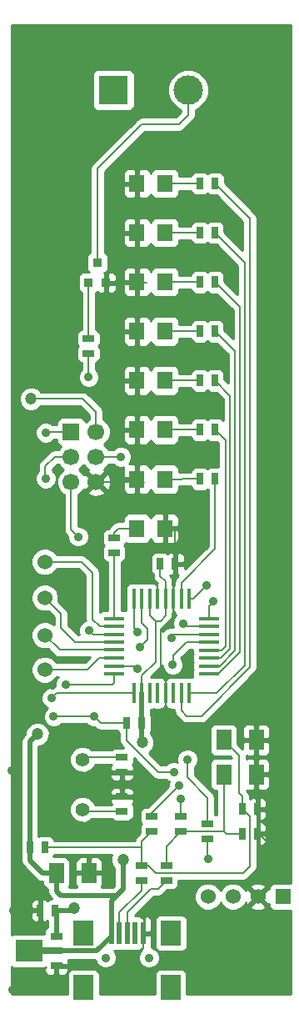
<source format=gtl>
G04 (created by PCBNEW (2013-mar-13)-testing) date Sun 09 Jun 2013 06:46:31 PM NZST*
%MOIN*%
G04 Gerber Fmt 3.4, Leading zero omitted, Abs format*
%FSLAX34Y34*%
G01*
G70*
G90*
G04 APERTURE LIST*
%ADD10C,0.005906*%
%ADD11R,0.066900X0.066900*%
%ADD12C,0.066900*%
%ADD13C,0.060000*%
%ADD14R,0.036000X0.036000*%
%ADD15R,0.060000X0.080000*%
%ADD16C,0.035400*%
%ADD17R,0.078700X0.098400*%
%ADD18R,0.019700X0.090600*%
%ADD19R,0.017700X0.078700*%
%ADD20R,0.078700X0.017700*%
%ADD21R,0.045000X0.025000*%
%ADD22R,0.025000X0.045000*%
%ADD23R,0.118100X0.118100*%
%ADD24C,0.118100*%
%ADD25R,0.062900X0.070900*%
%ADD26C,0.056000*%
%ADD27R,0.047200X0.027600*%
%ADD28R,0.078700X0.027600*%
%ADD29R,0.110300X0.086600*%
%ADD30R,0.060000X0.060000*%
%ADD31C,0.047200*%
%ADD32C,0.035000*%
%ADD33C,0.019700*%
%ADD34C,0.008000*%
%ADD35C,0.010000*%
G04 APERTURE END LIST*
G54D10*
G54D11*
X18461Y-24451D03*
G54D12*
X19461Y-24451D03*
X18461Y-25451D03*
X19461Y-25451D03*
X18461Y-26451D03*
X19461Y-26451D03*
G54D13*
X17406Y-29644D03*
G54D14*
X19862Y-18489D03*
X19162Y-18489D03*
X19512Y-17689D03*
G54D13*
X17406Y-33955D03*
X17406Y-32577D03*
X17406Y-31081D03*
G54D15*
X24570Y-38148D03*
X25870Y-38148D03*
X24570Y-36770D03*
X25870Y-36770D03*
G54D16*
X21574Y-45472D03*
X19842Y-45472D03*
G54D17*
X22440Y-46653D03*
X18956Y-46653D03*
X22460Y-44488D03*
X18956Y-44488D03*
G54D18*
X20708Y-44488D03*
X20393Y-44488D03*
X20078Y-44488D03*
X21023Y-44488D03*
X21338Y-44488D03*
G54D19*
X20978Y-31134D03*
X21293Y-31134D03*
X21608Y-31134D03*
X21923Y-31134D03*
X22238Y-31134D03*
X22553Y-31134D03*
X22868Y-31134D03*
X23183Y-31134D03*
X23181Y-34900D03*
X20971Y-34900D03*
X21291Y-34900D03*
X21611Y-34900D03*
X21921Y-34900D03*
X22241Y-34900D03*
X22551Y-34900D03*
X22871Y-34900D03*
G54D20*
X23971Y-31918D03*
X23971Y-32232D03*
X23971Y-32548D03*
X23971Y-32862D03*
X23971Y-33178D03*
X23971Y-33492D03*
X23971Y-33808D03*
X23971Y-34122D03*
X20191Y-31920D03*
X20191Y-32230D03*
X20191Y-32550D03*
X20191Y-32860D03*
X20191Y-33170D03*
X20191Y-33490D03*
X20191Y-33810D03*
X20191Y-34130D03*
G54D15*
X17877Y-42085D03*
X19177Y-42085D03*
G54D21*
X22267Y-41785D03*
X22267Y-42385D03*
X21283Y-41785D03*
X21283Y-42385D03*
G54D22*
X16811Y-41061D03*
X17411Y-41061D03*
G54D21*
X23922Y-40711D03*
X23922Y-40111D03*
X22858Y-39816D03*
X22858Y-40416D03*
X21677Y-39816D03*
X21677Y-40416D03*
G54D22*
X21289Y-36100D03*
X20689Y-36100D03*
G54D21*
X19158Y-20722D03*
X19158Y-21322D03*
G54D22*
X23622Y-14526D03*
X24222Y-14526D03*
X23620Y-16494D03*
X24220Y-16494D03*
X23620Y-18462D03*
X24220Y-18462D03*
X23620Y-20431D03*
X24220Y-20431D03*
X23620Y-22399D03*
X24220Y-22399D03*
X23620Y-24368D03*
X24220Y-24368D03*
X23620Y-26336D03*
X24220Y-26336D03*
G54D21*
X20181Y-28694D03*
X20181Y-29294D03*
G54D22*
X22027Y-29722D03*
X22627Y-29722D03*
G54D21*
X20496Y-39629D03*
X20496Y-39029D03*
X20496Y-37454D03*
X20496Y-38054D03*
G54D22*
X25914Y-40510D03*
X25314Y-40510D03*
X25914Y-39526D03*
X25314Y-39526D03*
G54D23*
X20158Y-10787D03*
G54D24*
X23150Y-10787D03*
G54D25*
X22213Y-14528D03*
X21095Y-14528D03*
X22213Y-16496D03*
X21095Y-16496D03*
X22213Y-18465D03*
X21095Y-18465D03*
X22213Y-20433D03*
X21095Y-20433D03*
X22213Y-22402D03*
X21095Y-22402D03*
X22213Y-24370D03*
X21095Y-24370D03*
X22213Y-26339D03*
X21095Y-26339D03*
X21095Y-28307D03*
X22213Y-28307D03*
G54D26*
X18921Y-39541D03*
X18921Y-37541D03*
G54D27*
X17873Y-45787D03*
G54D28*
X17716Y-45196D03*
G54D27*
X17873Y-44605D03*
G54D29*
X16771Y-45196D03*
G54D22*
X17819Y-43582D03*
X17219Y-43582D03*
G54D30*
X26933Y-43031D03*
G54D13*
X25933Y-43031D03*
X24933Y-43031D03*
X23933Y-43031D03*
G54D31*
X21304Y-36868D03*
X20536Y-41553D03*
X17111Y-36534D03*
X16855Y-23128D03*
G54D32*
X19158Y-22262D03*
X19178Y-32380D03*
X24158Y-31219D03*
X22859Y-39132D03*
X22780Y-38600D03*
X23882Y-30589D03*
X17445Y-24486D03*
X18233Y-34545D03*
X20457Y-25451D03*
X21107Y-33935D03*
X19374Y-35825D03*
X17760Y-35825D03*
X18744Y-28640D03*
X22563Y-38049D03*
X22524Y-33758D03*
X22465Y-32675D03*
X17445Y-26317D03*
X17681Y-35096D03*
X23115Y-37537D03*
X22937Y-32104D03*
X22637Y-43228D03*
X26870Y-41417D03*
X16141Y-43582D03*
X26880Y-31811D03*
X18031Y-46732D03*
X24881Y-46771D03*
X27125Y-46771D03*
X22077Y-8455D03*
X16378Y-8504D03*
X16270Y-15551D03*
X16270Y-21703D03*
X26919Y-8504D03*
X26919Y-15453D03*
X16122Y-46752D03*
X16073Y-38002D03*
X16220Y-28405D03*
X26919Y-21752D03*
X22170Y-37656D03*
X22170Y-38502D03*
X20024Y-42045D03*
X19670Y-38581D03*
X23602Y-28317D03*
X26860Y-28356D03*
X21205Y-33069D03*
G54D31*
X18582Y-43503D03*
G54D32*
X23937Y-41535D03*
X21126Y-32439D03*
G54D33*
X20078Y-44488D02*
X20078Y-43189D01*
X20078Y-43189D02*
X20275Y-42992D01*
X19448Y-42992D02*
X20275Y-42992D01*
X19448Y-42992D02*
X19448Y-42990D01*
X17877Y-42811D02*
X17877Y-42085D01*
X18056Y-42990D02*
X17877Y-42811D01*
G54D34*
X19448Y-42990D02*
X19473Y-42990D01*
G54D33*
X19473Y-42990D02*
X18154Y-42990D01*
G54D34*
X18154Y-42990D02*
X18056Y-42990D01*
X21289Y-36853D02*
X21304Y-36868D01*
G54D33*
X21289Y-36853D02*
X21289Y-36100D01*
X20536Y-42731D02*
X20536Y-41553D01*
X20275Y-42992D02*
X20536Y-42731D01*
X17716Y-45196D02*
X19488Y-45196D01*
X20078Y-44606D02*
X20078Y-44488D01*
X19488Y-45196D02*
X20078Y-44606D01*
X17716Y-45196D02*
X16771Y-45196D01*
X16811Y-41588D02*
X17308Y-42085D01*
X17308Y-42085D02*
X17877Y-42085D01*
X16811Y-41061D02*
X16811Y-41588D01*
G54D34*
X22032Y-32006D02*
X22238Y-31800D01*
X21835Y-32006D02*
X22032Y-32006D01*
X22238Y-31800D02*
X22238Y-31134D01*
X21608Y-31779D02*
X21835Y-32006D01*
X21608Y-31134D02*
X21608Y-31779D01*
X21291Y-34203D02*
X21835Y-33659D01*
X21835Y-33659D02*
X21835Y-32006D01*
X21291Y-34900D02*
X21291Y-34203D01*
X22238Y-30420D02*
X22027Y-30209D01*
X22027Y-30209D02*
X22027Y-29722D01*
X22238Y-31134D02*
X22238Y-30420D01*
G54D33*
X16811Y-41061D02*
X16811Y-36834D01*
X16811Y-36834D02*
X17111Y-36534D01*
G54D34*
X19461Y-23668D02*
X18921Y-23128D01*
X18921Y-23128D02*
X16855Y-23128D01*
X19461Y-24451D02*
X19461Y-23668D01*
X21289Y-34902D02*
X21291Y-34900D01*
G54D33*
X21289Y-36100D02*
X21289Y-34902D01*
G54D34*
X20191Y-32550D02*
X19348Y-32550D01*
X19158Y-22262D02*
X19158Y-21322D01*
X19348Y-32550D02*
X19178Y-32380D01*
X23971Y-31406D02*
X24158Y-31219D01*
X23971Y-31918D02*
X23971Y-31406D01*
X22859Y-39132D02*
X22858Y-39133D01*
X22858Y-39133D02*
X22858Y-39816D01*
X22780Y-38600D02*
X21677Y-39703D01*
X21677Y-39816D02*
X21677Y-39703D01*
X23337Y-31134D02*
X23183Y-31134D01*
X23337Y-31134D02*
X23882Y-30589D01*
X20191Y-31920D02*
X20191Y-29304D01*
X20191Y-29304D02*
X20181Y-29294D01*
X22868Y-30481D02*
X24220Y-29129D01*
X24220Y-29129D02*
X24220Y-26336D01*
X22868Y-31134D02*
X22868Y-30481D01*
X24483Y-33178D02*
X24630Y-33031D01*
X24630Y-33031D02*
X24630Y-24778D01*
X24630Y-24778D02*
X24220Y-24368D01*
X23971Y-33178D02*
X24483Y-33178D01*
X23971Y-33492D02*
X24443Y-33492D01*
X24827Y-23006D02*
X24220Y-22399D01*
X24827Y-33108D02*
X24827Y-23006D01*
X24443Y-33492D02*
X24827Y-33108D01*
X24403Y-33808D02*
X25024Y-33187D01*
X25024Y-33187D02*
X25024Y-21235D01*
X25024Y-21235D02*
X24220Y-20431D01*
X23971Y-33808D02*
X24403Y-33808D01*
X23971Y-34122D02*
X24345Y-34122D01*
X25221Y-19463D02*
X24220Y-18462D01*
X25221Y-33246D02*
X25221Y-19463D01*
X24345Y-34122D02*
X25221Y-33246D01*
X23181Y-34900D02*
X24295Y-34900D01*
X25418Y-17692D02*
X24220Y-16494D01*
X25418Y-33777D02*
X25418Y-17692D01*
X24295Y-34900D02*
X25418Y-33777D01*
X22871Y-35601D02*
X23075Y-35805D01*
X23075Y-35805D02*
X23666Y-35805D01*
X23666Y-35805D02*
X25615Y-33856D01*
X25615Y-33856D02*
X25615Y-15919D01*
X25615Y-15919D02*
X24222Y-14526D01*
X22871Y-34900D02*
X22871Y-35601D01*
X20191Y-34130D02*
X20191Y-34477D01*
X17480Y-24451D02*
X18461Y-24451D01*
X17445Y-24486D02*
X17480Y-24451D01*
X20123Y-34545D02*
X18233Y-34545D01*
X20191Y-34477D02*
X20123Y-34545D01*
X20191Y-33810D02*
X20982Y-33810D01*
X20457Y-25451D02*
X19461Y-25451D01*
X20982Y-33810D02*
X21107Y-33935D01*
X19598Y-32230D02*
X19315Y-31947D01*
X19315Y-31947D02*
X19315Y-30076D01*
X19315Y-30076D02*
X18883Y-29644D01*
X18883Y-29644D02*
X17406Y-29644D01*
X20191Y-32230D02*
X19598Y-32230D01*
X17760Y-35825D02*
X19374Y-35825D01*
X23971Y-32862D02*
X23085Y-32862D01*
X18461Y-28357D02*
X18744Y-28640D01*
X19649Y-36100D02*
X19374Y-35825D01*
X20689Y-36100D02*
X19649Y-36100D01*
X22563Y-38049D02*
X21933Y-38049D01*
X21933Y-38049D02*
X20674Y-36790D01*
X20674Y-36790D02*
X20674Y-36115D01*
X20674Y-36115D02*
X20689Y-36100D01*
X22544Y-33403D02*
X23085Y-32862D01*
X22544Y-33738D02*
X22544Y-33403D01*
X22524Y-33758D02*
X22544Y-33738D01*
X18461Y-26451D02*
X18461Y-28357D01*
X22592Y-32548D02*
X22465Y-32675D01*
X23971Y-32548D02*
X22592Y-32548D01*
X20971Y-34900D02*
X17877Y-34900D01*
X17800Y-25451D02*
X18461Y-25451D01*
X17426Y-25825D02*
X17800Y-25451D01*
X17426Y-26298D02*
X17426Y-25825D01*
X17445Y-26317D02*
X17426Y-26298D01*
X17877Y-34900D02*
X17681Y-35096D01*
X23971Y-32232D02*
X23065Y-32232D01*
X23922Y-39073D02*
X23922Y-40111D01*
X23115Y-38266D02*
X23922Y-39073D01*
X23115Y-37537D02*
X23115Y-38266D01*
X23065Y-32232D02*
X22937Y-32104D01*
X24881Y-46771D02*
X24881Y-45472D01*
X24881Y-45472D02*
X22637Y-43228D01*
X17873Y-45787D02*
X17873Y-46574D01*
X17873Y-46574D02*
X18031Y-46732D01*
X25914Y-40510D02*
X25963Y-40510D01*
X25963Y-40510D02*
X26870Y-41417D01*
X17219Y-43582D02*
X16141Y-43582D01*
X17873Y-45787D02*
X19016Y-45787D01*
X21338Y-45078D02*
X21338Y-44488D01*
X20511Y-45905D02*
X21338Y-45078D01*
X19133Y-45905D02*
X20511Y-45905D01*
X19016Y-45787D02*
X19133Y-45905D01*
X26860Y-28356D02*
X26880Y-28376D01*
X26880Y-28376D02*
X26880Y-31811D01*
X24881Y-46771D02*
X27125Y-46771D01*
X22077Y-8455D02*
X22028Y-8504D01*
X22028Y-8504D02*
X16378Y-8504D01*
X26860Y-28356D02*
X26860Y-21811D01*
X16270Y-15551D02*
X16270Y-21703D01*
X26919Y-15453D02*
X26919Y-8504D01*
X16122Y-46752D02*
X18031Y-46732D01*
X16073Y-28552D02*
X16073Y-38002D01*
X16220Y-28405D02*
X16073Y-28552D01*
X26860Y-21811D02*
X26919Y-21752D01*
X22241Y-37585D02*
X22170Y-37656D01*
X21484Y-18489D02*
X21095Y-18465D01*
X21854Y-29211D02*
X22627Y-29211D01*
X25870Y-38148D02*
X25870Y-36770D01*
X20496Y-38522D02*
X20496Y-38502D01*
X20496Y-39029D02*
X20496Y-38522D01*
X19984Y-42085D02*
X20024Y-42045D01*
X19749Y-38502D02*
X20496Y-38502D01*
X22553Y-31839D02*
X22553Y-31134D01*
X22032Y-32360D02*
X22553Y-31839D01*
X21396Y-26451D02*
X21095Y-26339D01*
X22241Y-34900D02*
X22241Y-34144D01*
X22170Y-38502D02*
X22150Y-38522D01*
X22150Y-38522D02*
X20496Y-38522D01*
X25914Y-39526D02*
X25870Y-39482D01*
X21095Y-24370D02*
X21095Y-22402D01*
X22627Y-29722D02*
X22627Y-29211D01*
X22241Y-34900D02*
X22241Y-37585D01*
X22032Y-33935D02*
X22032Y-32360D01*
X19177Y-42085D02*
X19984Y-42085D01*
X19670Y-38581D02*
X19749Y-38502D01*
X20496Y-38502D02*
X20496Y-38054D01*
X22241Y-34144D02*
X22032Y-33935D01*
X21095Y-16496D02*
X21095Y-14528D01*
X21095Y-26339D02*
X21095Y-24370D01*
X25914Y-40510D02*
X25914Y-39526D01*
X21095Y-18465D02*
X21095Y-16496D01*
X21095Y-20433D02*
X21095Y-18465D01*
X21095Y-22402D02*
X21095Y-20433D01*
X22627Y-30249D02*
X22627Y-29722D01*
X22553Y-30323D02*
X22627Y-30249D01*
X22553Y-31134D02*
X22553Y-30323D01*
X21923Y-30539D02*
X21658Y-30274D01*
X21658Y-30274D02*
X21658Y-29407D01*
X21658Y-29407D02*
X21854Y-29211D01*
X22213Y-28307D02*
X23590Y-28305D01*
X25870Y-39482D02*
X25870Y-38148D01*
X21923Y-31134D02*
X21923Y-30539D01*
X20044Y-42065D02*
X20024Y-42045D01*
X22627Y-29722D02*
X22627Y-28307D01*
X23590Y-28305D02*
X23602Y-28317D01*
X20983Y-26451D02*
X21095Y-26339D01*
X19461Y-26451D02*
X20983Y-26451D01*
X22213Y-24370D02*
X23620Y-24368D01*
X22213Y-26339D02*
X23620Y-26336D01*
X20181Y-28694D02*
X20181Y-28480D01*
X20354Y-28307D02*
X21095Y-28307D01*
X20181Y-28480D02*
X20354Y-28307D01*
X22213Y-14528D02*
X23621Y-14525D01*
X23621Y-14525D02*
X23622Y-14526D01*
X22213Y-16496D02*
X23620Y-16494D01*
X22213Y-18465D02*
X23620Y-18462D01*
X19512Y-17689D02*
X19512Y-13935D01*
X21291Y-12156D02*
X21303Y-12144D01*
X19512Y-13935D02*
X21291Y-12156D01*
X22766Y-12156D02*
X23150Y-11772D01*
X23150Y-11772D02*
X23150Y-10787D01*
X21291Y-12156D02*
X22766Y-12156D01*
X20191Y-33170D02*
X17999Y-33170D01*
X17999Y-33170D02*
X17406Y-32577D01*
X19008Y-37454D02*
X18921Y-37541D01*
X20496Y-37454D02*
X19008Y-37454D01*
X21293Y-32094D02*
X21520Y-32321D01*
X21520Y-32321D02*
X21520Y-32754D01*
X21520Y-32754D02*
X21205Y-33069D01*
X21293Y-31134D02*
X21293Y-32094D01*
X25181Y-37381D02*
X24570Y-36770D01*
X25314Y-39526D02*
X25314Y-39028D01*
X21835Y-42085D02*
X21836Y-42085D01*
X21283Y-40810D02*
X21677Y-40416D01*
X21283Y-41061D02*
X21283Y-40810D01*
X21283Y-41785D02*
X21283Y-41061D01*
X25314Y-39028D02*
X25181Y-38895D01*
X25181Y-38895D02*
X25181Y-37381D01*
X17411Y-41061D02*
X21283Y-41061D01*
X21283Y-41785D02*
X21536Y-41785D01*
X21836Y-42085D02*
X25339Y-42085D01*
X21536Y-41785D02*
X21836Y-42085D01*
X21283Y-41061D02*
X21284Y-41061D01*
X21284Y-41061D02*
X21283Y-41061D01*
X25615Y-39827D02*
X25314Y-39526D01*
X25615Y-41809D02*
X25615Y-39827D01*
X25339Y-42085D02*
X25615Y-41809D01*
X20393Y-44488D02*
X20393Y-43661D01*
X21283Y-42772D02*
X21283Y-42385D01*
X20393Y-43661D02*
X21283Y-42772D01*
G54D33*
X17873Y-44605D02*
X17873Y-43636D01*
G54D34*
X17873Y-43636D02*
X17819Y-43582D01*
G54D33*
X17819Y-43582D02*
X18503Y-43582D01*
G54D34*
X18503Y-43582D02*
X18582Y-43503D01*
X23922Y-40711D02*
X23922Y-41520D01*
X23922Y-41520D02*
X23937Y-41535D01*
X18615Y-32860D02*
X18055Y-32300D01*
X18055Y-32300D02*
X18055Y-31730D01*
X18055Y-31730D02*
X17406Y-31081D01*
X20191Y-32860D02*
X18615Y-32860D01*
X20191Y-33490D02*
X19583Y-33490D01*
X19118Y-33955D02*
X17406Y-33955D01*
X19583Y-33490D02*
X19118Y-33955D01*
X19009Y-39629D02*
X18921Y-39541D01*
X20496Y-39629D02*
X19009Y-39629D01*
X20978Y-32291D02*
X20978Y-31134D01*
X20978Y-32291D02*
X21126Y-32439D01*
X24570Y-40410D02*
X24570Y-38148D01*
X25314Y-40510D02*
X24670Y-40510D01*
X24576Y-40416D02*
X24670Y-40510D01*
X22267Y-41007D02*
X22858Y-40416D01*
X22267Y-41785D02*
X22267Y-41007D01*
X24670Y-40510D02*
X24570Y-40410D01*
X22858Y-40416D02*
X24576Y-40416D01*
X20708Y-44488D02*
X20708Y-43661D01*
X21935Y-42716D02*
X22267Y-42385D01*
X21653Y-42716D02*
X21935Y-42716D01*
X20708Y-43661D02*
X21653Y-42716D01*
X22267Y-42385D02*
X22267Y-42401D01*
X19158Y-20722D02*
X19158Y-18493D01*
X19158Y-18493D02*
X19162Y-18489D01*
X22213Y-20433D02*
X23620Y-20431D01*
X22213Y-22402D02*
X23620Y-22399D01*
G54D10*
G36*
X20187Y-42587D02*
X20131Y-42643D01*
X19671Y-42643D01*
X19688Y-42626D01*
X19727Y-42534D01*
X19727Y-42435D01*
X19727Y-42197D01*
X19727Y-41972D01*
X19727Y-41734D01*
X19727Y-41635D01*
X19688Y-41543D01*
X19618Y-41473D01*
X19526Y-41435D01*
X19289Y-41435D01*
X19227Y-41497D01*
X19227Y-42035D01*
X19664Y-42035D01*
X19727Y-41972D01*
X19727Y-42197D01*
X19664Y-42135D01*
X19227Y-42135D01*
X19227Y-42142D01*
X19127Y-42142D01*
X19127Y-42135D01*
X19127Y-42035D01*
X19127Y-41497D01*
X19064Y-41435D01*
X18827Y-41435D01*
X18735Y-41473D01*
X18665Y-41543D01*
X18627Y-41635D01*
X18627Y-41734D01*
X18627Y-41972D01*
X18689Y-42035D01*
X19127Y-42035D01*
X19127Y-42135D01*
X18689Y-42135D01*
X18627Y-42197D01*
X18627Y-42435D01*
X18627Y-42534D01*
X18665Y-42626D01*
X18679Y-42641D01*
X18374Y-42641D01*
X18388Y-42626D01*
X18427Y-42534D01*
X18427Y-42435D01*
X18427Y-41635D01*
X18388Y-41543D01*
X18318Y-41473D01*
X18226Y-41435D01*
X18127Y-41435D01*
X17740Y-41435D01*
X17747Y-41427D01*
X17779Y-41351D01*
X20093Y-41351D01*
X20050Y-41455D01*
X20049Y-41649D01*
X20123Y-41827D01*
X20187Y-41891D01*
X20187Y-42587D01*
X20187Y-42587D01*
G37*
G54D35*
X20187Y-42587D02*
X20131Y-42643D01*
X19671Y-42643D01*
X19688Y-42626D01*
X19727Y-42534D01*
X19727Y-42435D01*
X19727Y-42197D01*
X19727Y-41972D01*
X19727Y-41734D01*
X19727Y-41635D01*
X19688Y-41543D01*
X19618Y-41473D01*
X19526Y-41435D01*
X19289Y-41435D01*
X19227Y-41497D01*
X19227Y-42035D01*
X19664Y-42035D01*
X19727Y-41972D01*
X19727Y-42197D01*
X19664Y-42135D01*
X19227Y-42135D01*
X19227Y-42142D01*
X19127Y-42142D01*
X19127Y-42135D01*
X19127Y-42035D01*
X19127Y-41497D01*
X19064Y-41435D01*
X18827Y-41435D01*
X18735Y-41473D01*
X18665Y-41543D01*
X18627Y-41635D01*
X18627Y-41734D01*
X18627Y-41972D01*
X18689Y-42035D01*
X19127Y-42035D01*
X19127Y-42135D01*
X18689Y-42135D01*
X18627Y-42197D01*
X18627Y-42435D01*
X18627Y-42534D01*
X18665Y-42626D01*
X18679Y-42641D01*
X18374Y-42641D01*
X18388Y-42626D01*
X18427Y-42534D01*
X18427Y-42435D01*
X18427Y-41635D01*
X18388Y-41543D01*
X18318Y-41473D01*
X18226Y-41435D01*
X18127Y-41435D01*
X17740Y-41435D01*
X17747Y-41427D01*
X17779Y-41351D01*
X20093Y-41351D01*
X20050Y-41455D01*
X20049Y-41649D01*
X20123Y-41827D01*
X20187Y-41891D01*
X20187Y-42587D01*
G54D10*
G36*
X22662Y-31777D02*
X22576Y-31862D01*
X22512Y-32019D01*
X22511Y-32188D01*
X22537Y-32250D01*
X22380Y-32249D01*
X22224Y-32314D01*
X22125Y-32413D01*
X22125Y-32277D01*
X22142Y-32273D01*
X22237Y-32211D01*
X22443Y-32005D01*
X22505Y-31910D01*
X22528Y-31800D01*
X22528Y-31679D01*
X22538Y-31669D01*
X22553Y-31633D01*
X22567Y-31669D01*
X22597Y-31698D01*
X22597Y-31715D01*
X22659Y-31777D01*
X22662Y-31777D01*
X22662Y-31777D01*
G37*
G54D35*
X22662Y-31777D02*
X22576Y-31862D01*
X22512Y-32019D01*
X22511Y-32188D01*
X22537Y-32250D01*
X22380Y-32249D01*
X22224Y-32314D01*
X22125Y-32413D01*
X22125Y-32277D01*
X22142Y-32273D01*
X22237Y-32211D01*
X22443Y-32005D01*
X22505Y-31910D01*
X22528Y-31800D01*
X22528Y-31679D01*
X22538Y-31669D01*
X22553Y-31633D01*
X22567Y-31669D01*
X22597Y-31698D01*
X22597Y-31715D01*
X22659Y-31777D01*
X22662Y-31777D01*
G54D10*
G36*
X23335Y-33649D02*
X23327Y-33669D01*
X23327Y-33769D01*
X23327Y-33946D01*
X23335Y-33964D01*
X23327Y-33983D01*
X23327Y-34083D01*
X23327Y-34259D01*
X23319Y-34256D01*
X23219Y-34256D01*
X23042Y-34256D01*
X23026Y-34263D01*
X23009Y-34256D01*
X22909Y-34256D01*
X22732Y-34256D01*
X22711Y-34265D01*
X22689Y-34256D01*
X22589Y-34256D01*
X22412Y-34256D01*
X22396Y-34263D01*
X22379Y-34256D01*
X22347Y-34256D01*
X22285Y-34319D01*
X22285Y-34330D01*
X22250Y-34364D01*
X22235Y-34400D01*
X22221Y-34364D01*
X22196Y-34340D01*
X22196Y-34319D01*
X22134Y-34256D01*
X22102Y-34256D01*
X22081Y-34265D01*
X22059Y-34256D01*
X21959Y-34256D01*
X21782Y-34256D01*
X21766Y-34263D01*
X21749Y-34256D01*
X21649Y-34256D01*
X21647Y-34256D01*
X22040Y-33864D01*
X22098Y-33775D01*
X22098Y-33842D01*
X22163Y-33998D01*
X22282Y-34118D01*
X22439Y-34182D01*
X22608Y-34183D01*
X22764Y-34118D01*
X22884Y-33999D01*
X22948Y-33842D01*
X22949Y-33673D01*
X22884Y-33517D01*
X22862Y-33495D01*
X23205Y-33152D01*
X23327Y-33152D01*
X23327Y-33316D01*
X23335Y-33334D01*
X23327Y-33353D01*
X23327Y-33453D01*
X23327Y-33630D01*
X23335Y-33649D01*
X23335Y-33649D01*
G37*
G54D35*
X23335Y-33649D02*
X23327Y-33669D01*
X23327Y-33769D01*
X23327Y-33946D01*
X23335Y-33964D01*
X23327Y-33983D01*
X23327Y-34083D01*
X23327Y-34259D01*
X23319Y-34256D01*
X23219Y-34256D01*
X23042Y-34256D01*
X23026Y-34263D01*
X23009Y-34256D01*
X22909Y-34256D01*
X22732Y-34256D01*
X22711Y-34265D01*
X22689Y-34256D01*
X22589Y-34256D01*
X22412Y-34256D01*
X22396Y-34263D01*
X22379Y-34256D01*
X22347Y-34256D01*
X22285Y-34319D01*
X22285Y-34330D01*
X22250Y-34364D01*
X22235Y-34400D01*
X22221Y-34364D01*
X22196Y-34340D01*
X22196Y-34319D01*
X22134Y-34256D01*
X22102Y-34256D01*
X22081Y-34265D01*
X22059Y-34256D01*
X21959Y-34256D01*
X21782Y-34256D01*
X21766Y-34263D01*
X21749Y-34256D01*
X21649Y-34256D01*
X21647Y-34256D01*
X22040Y-33864D01*
X22098Y-33775D01*
X22098Y-33842D01*
X22163Y-33998D01*
X22282Y-34118D01*
X22439Y-34182D01*
X22608Y-34183D01*
X22764Y-34118D01*
X22884Y-33999D01*
X22948Y-33842D01*
X22949Y-33673D01*
X22884Y-33517D01*
X22862Y-33495D01*
X23205Y-33152D01*
X23327Y-33152D01*
X23327Y-33316D01*
X23335Y-33334D01*
X23327Y-33353D01*
X23327Y-33453D01*
X23327Y-33630D01*
X23335Y-33649D01*
G54D10*
G36*
X27234Y-46919D02*
X26248Y-46919D01*
X26248Y-43417D01*
X25933Y-43102D01*
X25862Y-43172D01*
X25862Y-43031D01*
X25547Y-42716D01*
X25451Y-42743D01*
X25432Y-42798D01*
X25399Y-42720D01*
X25245Y-42565D01*
X25042Y-42481D01*
X24824Y-42481D01*
X24621Y-42564D01*
X24467Y-42719D01*
X24433Y-42801D01*
X24399Y-42720D01*
X24245Y-42565D01*
X24042Y-42481D01*
X23824Y-42481D01*
X23621Y-42564D01*
X23467Y-42719D01*
X23383Y-42921D01*
X23382Y-43140D01*
X23466Y-43342D01*
X23621Y-43497D01*
X23823Y-43581D01*
X24041Y-43581D01*
X24244Y-43498D01*
X24399Y-43343D01*
X24433Y-43261D01*
X24466Y-43342D01*
X24621Y-43497D01*
X24823Y-43581D01*
X25041Y-43581D01*
X25244Y-43498D01*
X25399Y-43343D01*
X25430Y-43267D01*
X25451Y-43319D01*
X25547Y-43346D01*
X25862Y-43031D01*
X25862Y-43172D01*
X25617Y-43417D01*
X25645Y-43512D01*
X25851Y-43586D01*
X26069Y-43575D01*
X26220Y-43512D01*
X26248Y-43417D01*
X26248Y-46919D01*
X23104Y-46919D01*
X23104Y-45030D01*
X23104Y-44930D01*
X23104Y-43946D01*
X23066Y-43854D01*
X22995Y-43784D01*
X22903Y-43746D01*
X22804Y-43746D01*
X22017Y-43746D01*
X21925Y-43784D01*
X21855Y-43854D01*
X21817Y-43946D01*
X21817Y-44046D01*
X21817Y-45030D01*
X21855Y-45122D01*
X21925Y-45192D01*
X22017Y-45230D01*
X22116Y-45230D01*
X22903Y-45230D01*
X22995Y-45192D01*
X23066Y-45122D01*
X23104Y-45030D01*
X23104Y-46919D01*
X23084Y-46919D01*
X23084Y-46111D01*
X23046Y-46019D01*
X22975Y-45949D01*
X22883Y-45911D01*
X22784Y-45911D01*
X22001Y-45911D01*
X21997Y-45911D01*
X21905Y-45949D01*
X21835Y-46019D01*
X21797Y-46111D01*
X21797Y-46211D01*
X21797Y-46919D01*
X19600Y-46919D01*
X19600Y-46111D01*
X19562Y-46019D01*
X19491Y-45949D01*
X19399Y-45911D01*
X19300Y-45911D01*
X18513Y-45911D01*
X18421Y-45949D01*
X18359Y-46011D01*
X18359Y-45975D01*
X18359Y-45900D01*
X18297Y-45837D01*
X17923Y-45837D01*
X17923Y-46113D01*
X17986Y-46175D01*
X18060Y-46175D01*
X18159Y-46175D01*
X18251Y-46137D01*
X18321Y-46067D01*
X18359Y-45975D01*
X18359Y-46011D01*
X18351Y-46019D01*
X18313Y-46111D01*
X18313Y-46211D01*
X18313Y-46919D01*
X16073Y-46919D01*
X16073Y-45835D01*
X16078Y-45841D01*
X16170Y-45879D01*
X16270Y-45879D01*
X17373Y-45879D01*
X17433Y-45854D01*
X17387Y-45900D01*
X17387Y-45975D01*
X17426Y-46067D01*
X17496Y-46137D01*
X17588Y-46175D01*
X17687Y-46175D01*
X17761Y-46175D01*
X17823Y-46113D01*
X17823Y-45837D01*
X17816Y-45837D01*
X17816Y-45737D01*
X17823Y-45737D01*
X17823Y-45729D01*
X17923Y-45729D01*
X17923Y-45737D01*
X18297Y-45737D01*
X18359Y-45675D01*
X18359Y-45600D01*
X18337Y-45545D01*
X19415Y-45545D01*
X19415Y-45557D01*
X19480Y-45714D01*
X19600Y-45834D01*
X19757Y-45899D01*
X19927Y-45899D01*
X20084Y-45834D01*
X20204Y-45714D01*
X20269Y-45557D01*
X20269Y-45387D01*
X20204Y-45230D01*
X20165Y-45191D01*
X20226Y-45191D01*
X20236Y-45187D01*
X20245Y-45191D01*
X20344Y-45191D01*
X20541Y-45191D01*
X20551Y-45187D01*
X20560Y-45191D01*
X20659Y-45191D01*
X20856Y-45191D01*
X20866Y-45187D01*
X20875Y-45191D01*
X20974Y-45191D01*
X21171Y-45191D01*
X21181Y-45187D01*
X21190Y-45191D01*
X21226Y-45191D01*
X21288Y-45129D01*
X21288Y-45154D01*
X21212Y-45230D01*
X21147Y-45387D01*
X21147Y-45557D01*
X21212Y-45714D01*
X21332Y-45834D01*
X21489Y-45899D01*
X21659Y-45899D01*
X21816Y-45834D01*
X21936Y-45714D01*
X22001Y-45557D01*
X22001Y-45387D01*
X21936Y-45230D01*
X21816Y-45110D01*
X21663Y-45047D01*
X21687Y-44991D01*
X21687Y-44891D01*
X21687Y-44600D01*
X21687Y-44375D01*
X21687Y-44085D01*
X21687Y-43985D01*
X21649Y-43893D01*
X21578Y-43823D01*
X21486Y-43785D01*
X21450Y-43785D01*
X21387Y-43847D01*
X21387Y-44438D01*
X21624Y-44438D01*
X21687Y-44375D01*
X21687Y-44600D01*
X21624Y-44538D01*
X21387Y-44538D01*
X21387Y-44546D01*
X21372Y-44546D01*
X21372Y-43985D01*
X21334Y-43893D01*
X21289Y-43849D01*
X21289Y-43847D01*
X21226Y-43785D01*
X21190Y-43785D01*
X21181Y-43789D01*
X21171Y-43785D01*
X21072Y-43785D01*
X20998Y-43785D01*
X20998Y-43781D01*
X21773Y-43006D01*
X21935Y-43006D01*
X22046Y-42984D01*
X22140Y-42921D01*
X22302Y-42760D01*
X22541Y-42760D01*
X22633Y-42721D01*
X22703Y-42651D01*
X22742Y-42559D01*
X22742Y-42460D01*
X22742Y-42375D01*
X25339Y-42375D01*
X25449Y-42352D01*
X25544Y-42290D01*
X25820Y-42014D01*
X25882Y-41919D01*
X25905Y-41809D01*
X25905Y-39827D01*
X25882Y-39716D01*
X25882Y-39716D01*
X25864Y-39687D01*
X25864Y-39687D01*
X25864Y-39576D01*
X25856Y-39576D01*
X25856Y-39476D01*
X25864Y-39476D01*
X25864Y-39113D01*
X25801Y-39051D01*
X25739Y-39051D01*
X25647Y-39089D01*
X25614Y-39122D01*
X25604Y-39112D01*
X25604Y-39028D01*
X25581Y-38917D01*
X25581Y-38917D01*
X25519Y-38822D01*
X25475Y-38779D01*
X25520Y-38798D01*
X25757Y-38798D01*
X25820Y-38735D01*
X25820Y-38198D01*
X25812Y-38198D01*
X25812Y-38098D01*
X25820Y-38098D01*
X25820Y-37560D01*
X25757Y-37498D01*
X25520Y-37498D01*
X25471Y-37518D01*
X25471Y-37399D01*
X25520Y-37420D01*
X25757Y-37420D01*
X25820Y-37357D01*
X25820Y-36820D01*
X25820Y-36720D01*
X25820Y-36182D01*
X25757Y-36120D01*
X25520Y-36120D01*
X25428Y-36158D01*
X25358Y-36228D01*
X25320Y-36320D01*
X25320Y-36419D01*
X25320Y-36657D01*
X25382Y-36720D01*
X25820Y-36720D01*
X25820Y-36820D01*
X25382Y-36820D01*
X25320Y-36882D01*
X25320Y-37109D01*
X25120Y-36909D01*
X25120Y-36320D01*
X25081Y-36228D01*
X25011Y-36158D01*
X24919Y-36120D01*
X24820Y-36120D01*
X24220Y-36120D01*
X24128Y-36158D01*
X24058Y-36228D01*
X24020Y-36320D01*
X24020Y-36419D01*
X24020Y-37219D01*
X24058Y-37311D01*
X24128Y-37381D01*
X24220Y-37420D01*
X24319Y-37420D01*
X24809Y-37420D01*
X24887Y-37498D01*
X24820Y-37498D01*
X24220Y-37498D01*
X24128Y-37536D01*
X24058Y-37606D01*
X24020Y-37698D01*
X24020Y-37797D01*
X24020Y-38597D01*
X24058Y-38689D01*
X24128Y-38759D01*
X24220Y-38798D01*
X24280Y-38798D01*
X24280Y-39770D01*
X24212Y-39742D01*
X24212Y-39073D01*
X24189Y-38962D01*
X24189Y-38962D01*
X24127Y-38867D01*
X23405Y-38145D01*
X23405Y-37848D01*
X23475Y-37778D01*
X23539Y-37621D01*
X23540Y-37452D01*
X23475Y-37296D01*
X23356Y-37176D01*
X23199Y-37112D01*
X23030Y-37111D01*
X22874Y-37176D01*
X22754Y-37295D01*
X22690Y-37452D01*
X22689Y-37621D01*
X22700Y-37645D01*
X22647Y-37624D01*
X22478Y-37623D01*
X22322Y-37688D01*
X22251Y-37759D01*
X22053Y-37759D01*
X21575Y-37281D01*
X21578Y-37280D01*
X21715Y-37143D01*
X21789Y-36965D01*
X21790Y-36771D01*
X21716Y-36593D01*
X21637Y-36514D01*
X21637Y-36438D01*
X21664Y-36374D01*
X21664Y-36275D01*
X21664Y-35825D01*
X21637Y-35761D01*
X21637Y-35543D01*
X21749Y-35543D01*
X21765Y-35536D01*
X21782Y-35543D01*
X21882Y-35543D01*
X22059Y-35543D01*
X22080Y-35534D01*
X22102Y-35543D01*
X22134Y-35543D01*
X22196Y-35481D01*
X22196Y-35459D01*
X22221Y-35435D01*
X22236Y-35399D01*
X22250Y-35435D01*
X22285Y-35469D01*
X22285Y-35481D01*
X22347Y-35543D01*
X22379Y-35543D01*
X22396Y-35536D01*
X22412Y-35543D01*
X22512Y-35543D01*
X22581Y-35543D01*
X22581Y-35601D01*
X22603Y-35711D01*
X22665Y-35806D01*
X22869Y-36010D01*
X22964Y-36072D01*
X23075Y-36095D01*
X23666Y-36095D01*
X23776Y-36072D01*
X23871Y-36010D01*
X25820Y-34061D01*
X25882Y-33966D01*
X25882Y-33966D01*
X25905Y-33856D01*
X25905Y-15919D01*
X25882Y-15808D01*
X25882Y-15808D01*
X25820Y-15713D01*
X24597Y-14490D01*
X24597Y-14251D01*
X24558Y-14159D01*
X24488Y-14089D01*
X24396Y-14051D01*
X24297Y-14051D01*
X24047Y-14051D01*
X23990Y-14074D01*
X23990Y-10620D01*
X23862Y-10311D01*
X23626Y-10074D01*
X23317Y-9946D01*
X22983Y-9946D01*
X22674Y-10074D01*
X22437Y-10310D01*
X22309Y-10619D01*
X22309Y-10953D01*
X22437Y-11262D01*
X22673Y-11499D01*
X22860Y-11576D01*
X22860Y-11651D01*
X22645Y-11866D01*
X21363Y-11866D01*
X21303Y-11854D01*
X21192Y-11876D01*
X21097Y-11938D01*
X21085Y-11950D01*
X20998Y-12038D01*
X20998Y-11427D01*
X20998Y-11327D01*
X20998Y-10146D01*
X20960Y-10054D01*
X20890Y-9984D01*
X20798Y-9946D01*
X20698Y-9946D01*
X19517Y-9946D01*
X19425Y-9984D01*
X19355Y-10054D01*
X19317Y-10146D01*
X19317Y-10246D01*
X19317Y-11427D01*
X19355Y-11519D01*
X19425Y-11589D01*
X19517Y-11627D01*
X19617Y-11627D01*
X20798Y-11627D01*
X20890Y-11589D01*
X20960Y-11519D01*
X20998Y-11427D01*
X20998Y-12038D01*
X19306Y-13729D01*
X19244Y-13824D01*
X19222Y-13935D01*
X19222Y-17283D01*
X19190Y-17297D01*
X19120Y-17367D01*
X19082Y-17459D01*
X19082Y-17558D01*
X19082Y-17918D01*
X19120Y-18010D01*
X19168Y-18059D01*
X18932Y-18059D01*
X18840Y-18097D01*
X18770Y-18167D01*
X18732Y-18259D01*
X18732Y-18358D01*
X18732Y-18718D01*
X18770Y-18810D01*
X18840Y-18880D01*
X18868Y-18892D01*
X18868Y-20353D01*
X18791Y-20385D01*
X18721Y-20455D01*
X18683Y-20547D01*
X18683Y-20646D01*
X18683Y-20896D01*
X18721Y-20988D01*
X18754Y-21021D01*
X18721Y-21055D01*
X18683Y-21147D01*
X18683Y-21246D01*
X18683Y-21496D01*
X18721Y-21588D01*
X18791Y-21658D01*
X18868Y-21690D01*
X18868Y-21950D01*
X18797Y-22020D01*
X18733Y-22177D01*
X18732Y-22346D01*
X18797Y-22502D01*
X18916Y-22622D01*
X19073Y-22686D01*
X19242Y-22687D01*
X19398Y-22622D01*
X19518Y-22503D01*
X19582Y-22346D01*
X19583Y-22177D01*
X19518Y-22021D01*
X19448Y-21950D01*
X19448Y-21690D01*
X19524Y-21658D01*
X19594Y-21588D01*
X19633Y-21496D01*
X19633Y-21397D01*
X19633Y-21147D01*
X19594Y-21055D01*
X19561Y-21022D01*
X19594Y-20988D01*
X19633Y-20896D01*
X19633Y-20797D01*
X19633Y-20547D01*
X19594Y-20455D01*
X19524Y-20385D01*
X19448Y-20353D01*
X19448Y-18895D01*
X19483Y-18880D01*
X19512Y-18852D01*
X19540Y-18880D01*
X19632Y-18919D01*
X19749Y-18919D01*
X19812Y-18856D01*
X19812Y-18539D01*
X19804Y-18539D01*
X19804Y-18439D01*
X19812Y-18439D01*
X19812Y-18121D01*
X19789Y-18099D01*
X19833Y-18080D01*
X19903Y-18010D01*
X19942Y-17918D01*
X19942Y-17819D01*
X19942Y-17459D01*
X19903Y-17367D01*
X19833Y-17297D01*
X19802Y-17283D01*
X19802Y-14055D01*
X21411Y-12446D01*
X22766Y-12446D01*
X22876Y-12423D01*
X22971Y-12361D01*
X23355Y-11977D01*
X23417Y-11882D01*
X23440Y-11772D01*
X23440Y-11576D01*
X23625Y-11499D01*
X23862Y-11263D01*
X23990Y-10954D01*
X23990Y-10620D01*
X23990Y-14074D01*
X23955Y-14089D01*
X23922Y-14122D01*
X23888Y-14089D01*
X23796Y-14051D01*
X23697Y-14051D01*
X23447Y-14051D01*
X23355Y-14089D01*
X23285Y-14159D01*
X23253Y-14235D01*
X22777Y-14236D01*
X22777Y-14123D01*
X22739Y-14031D01*
X22669Y-13961D01*
X22577Y-13923D01*
X22477Y-13923D01*
X21848Y-13923D01*
X21756Y-13961D01*
X21686Y-14031D01*
X21654Y-14110D01*
X21621Y-14031D01*
X21551Y-13961D01*
X21459Y-13923D01*
X21207Y-13923D01*
X21145Y-13986D01*
X21145Y-14478D01*
X21152Y-14478D01*
X21152Y-14578D01*
X21145Y-14578D01*
X21145Y-15070D01*
X21207Y-15132D01*
X21459Y-15132D01*
X21551Y-15094D01*
X21621Y-15024D01*
X21654Y-14945D01*
X21686Y-15024D01*
X21756Y-15094D01*
X21848Y-15132D01*
X21948Y-15132D01*
X22577Y-15132D01*
X22669Y-15094D01*
X22739Y-15024D01*
X22777Y-14932D01*
X22777Y-14832D01*
X22777Y-14816D01*
X23253Y-14815D01*
X23285Y-14892D01*
X23355Y-14962D01*
X23447Y-15001D01*
X23546Y-15001D01*
X23796Y-15001D01*
X23888Y-14962D01*
X23921Y-14929D01*
X23955Y-14962D01*
X24047Y-15001D01*
X24146Y-15001D01*
X24286Y-15001D01*
X25325Y-16039D01*
X25325Y-17188D01*
X24595Y-16458D01*
X24595Y-16219D01*
X24556Y-16127D01*
X24486Y-16057D01*
X24394Y-16019D01*
X24295Y-16019D01*
X24045Y-16019D01*
X23953Y-16057D01*
X23920Y-16090D01*
X23886Y-16057D01*
X23794Y-16019D01*
X23695Y-16019D01*
X23445Y-16019D01*
X23353Y-16057D01*
X23283Y-16127D01*
X23251Y-16204D01*
X22777Y-16205D01*
X22777Y-16091D01*
X22739Y-15999D01*
X22669Y-15929D01*
X22577Y-15891D01*
X22477Y-15891D01*
X21848Y-15891D01*
X21756Y-15929D01*
X21686Y-15999D01*
X21654Y-16078D01*
X21621Y-15999D01*
X21551Y-15929D01*
X21459Y-15891D01*
X21207Y-15891D01*
X21145Y-15954D01*
X21145Y-16446D01*
X21152Y-16446D01*
X21152Y-16546D01*
X21145Y-16546D01*
X21145Y-17038D01*
X21207Y-17100D01*
X21459Y-17100D01*
X21551Y-17062D01*
X21621Y-16992D01*
X21654Y-16913D01*
X21686Y-16992D01*
X21756Y-17062D01*
X21848Y-17100D01*
X21948Y-17100D01*
X22577Y-17100D01*
X22669Y-17062D01*
X22739Y-16992D01*
X22777Y-16900D01*
X22777Y-16800D01*
X22777Y-16785D01*
X23251Y-16784D01*
X23283Y-16860D01*
X23353Y-16930D01*
X23445Y-16969D01*
X23544Y-16969D01*
X23794Y-16969D01*
X23886Y-16930D01*
X23919Y-16897D01*
X23953Y-16930D01*
X24045Y-16969D01*
X24144Y-16969D01*
X24284Y-16969D01*
X25128Y-17812D01*
X25128Y-18959D01*
X24595Y-18426D01*
X24595Y-18187D01*
X24556Y-18095D01*
X24486Y-18025D01*
X24394Y-17987D01*
X24295Y-17987D01*
X24045Y-17987D01*
X23953Y-18025D01*
X23920Y-18058D01*
X23886Y-18025D01*
X23794Y-17987D01*
X23695Y-17987D01*
X23445Y-17987D01*
X23353Y-18025D01*
X23283Y-18095D01*
X23251Y-18172D01*
X22777Y-18173D01*
X22777Y-18060D01*
X22739Y-17968D01*
X22669Y-17898D01*
X22577Y-17860D01*
X22477Y-17860D01*
X21848Y-17860D01*
X21756Y-17898D01*
X21686Y-17968D01*
X21654Y-18047D01*
X21621Y-17968D01*
X21551Y-17898D01*
X21459Y-17860D01*
X21207Y-17860D01*
X21145Y-17923D01*
X21145Y-18415D01*
X21152Y-18415D01*
X21152Y-18515D01*
X21145Y-18515D01*
X21145Y-19007D01*
X21207Y-19069D01*
X21459Y-19069D01*
X21551Y-19031D01*
X21621Y-18961D01*
X21654Y-18882D01*
X21686Y-18961D01*
X21756Y-19031D01*
X21848Y-19069D01*
X21948Y-19069D01*
X22577Y-19069D01*
X22669Y-19031D01*
X22739Y-18961D01*
X22777Y-18869D01*
X22777Y-18769D01*
X22777Y-18753D01*
X23251Y-18752D01*
X23283Y-18828D01*
X23353Y-18898D01*
X23445Y-18937D01*
X23544Y-18937D01*
X23794Y-18937D01*
X23886Y-18898D01*
X23919Y-18865D01*
X23953Y-18898D01*
X24045Y-18937D01*
X24144Y-18937D01*
X24284Y-18937D01*
X24931Y-19583D01*
X24931Y-20731D01*
X24595Y-20395D01*
X24595Y-20156D01*
X24556Y-20064D01*
X24486Y-19994D01*
X24394Y-19956D01*
X24295Y-19956D01*
X24045Y-19956D01*
X23953Y-19994D01*
X23920Y-20027D01*
X23886Y-19994D01*
X23794Y-19956D01*
X23695Y-19956D01*
X23445Y-19956D01*
X23353Y-19994D01*
X23283Y-20064D01*
X23251Y-20141D01*
X22777Y-20142D01*
X22777Y-20028D01*
X22739Y-19936D01*
X22669Y-19866D01*
X22577Y-19828D01*
X22477Y-19828D01*
X21848Y-19828D01*
X21756Y-19866D01*
X21686Y-19936D01*
X21654Y-20015D01*
X21621Y-19936D01*
X21551Y-19866D01*
X21459Y-19828D01*
X21207Y-19828D01*
X21145Y-19891D01*
X21145Y-20383D01*
X21152Y-20383D01*
X21152Y-20483D01*
X21145Y-20483D01*
X21145Y-20975D01*
X21207Y-21037D01*
X21459Y-21037D01*
X21551Y-20999D01*
X21621Y-20929D01*
X21654Y-20850D01*
X21686Y-20929D01*
X21756Y-20999D01*
X21848Y-21037D01*
X21948Y-21037D01*
X22577Y-21037D01*
X22669Y-20999D01*
X22739Y-20929D01*
X22777Y-20837D01*
X22777Y-20737D01*
X22777Y-20722D01*
X23251Y-20721D01*
X23283Y-20797D01*
X23353Y-20867D01*
X23445Y-20906D01*
X23544Y-20906D01*
X23794Y-20906D01*
X23886Y-20867D01*
X23919Y-20834D01*
X23953Y-20867D01*
X24045Y-20906D01*
X24144Y-20906D01*
X24284Y-20906D01*
X24734Y-21355D01*
X24734Y-22502D01*
X24595Y-22363D01*
X24595Y-22124D01*
X24556Y-22032D01*
X24486Y-21962D01*
X24394Y-21924D01*
X24295Y-21924D01*
X24045Y-21924D01*
X23953Y-21962D01*
X23920Y-21995D01*
X23886Y-21962D01*
X23794Y-21924D01*
X23695Y-21924D01*
X23445Y-21924D01*
X23353Y-21962D01*
X23283Y-22032D01*
X23251Y-22109D01*
X22777Y-22110D01*
X22777Y-21997D01*
X22739Y-21905D01*
X22669Y-21835D01*
X22577Y-21797D01*
X22477Y-21797D01*
X21848Y-21797D01*
X21756Y-21835D01*
X21686Y-21905D01*
X21654Y-21984D01*
X21621Y-21905D01*
X21551Y-21835D01*
X21459Y-21797D01*
X21207Y-21797D01*
X21145Y-21860D01*
X21145Y-22352D01*
X21152Y-22352D01*
X21152Y-22452D01*
X21145Y-22452D01*
X21145Y-22944D01*
X21207Y-23006D01*
X21459Y-23006D01*
X21551Y-22968D01*
X21621Y-22898D01*
X21654Y-22819D01*
X21686Y-22898D01*
X21756Y-22968D01*
X21848Y-23006D01*
X21948Y-23006D01*
X22577Y-23006D01*
X22669Y-22968D01*
X22739Y-22898D01*
X22777Y-22806D01*
X22777Y-22706D01*
X22777Y-22690D01*
X23251Y-22689D01*
X23283Y-22765D01*
X23353Y-22835D01*
X23445Y-22874D01*
X23544Y-22874D01*
X23794Y-22874D01*
X23886Y-22835D01*
X23919Y-22802D01*
X23953Y-22835D01*
X24045Y-22874D01*
X24144Y-22874D01*
X24284Y-22874D01*
X24537Y-23126D01*
X24537Y-23981D01*
X24486Y-23931D01*
X24394Y-23893D01*
X24295Y-23893D01*
X24045Y-23893D01*
X23953Y-23931D01*
X23920Y-23964D01*
X23886Y-23931D01*
X23794Y-23893D01*
X23695Y-23893D01*
X23445Y-23893D01*
X23353Y-23931D01*
X23283Y-24001D01*
X23251Y-24078D01*
X22777Y-24079D01*
X22777Y-23965D01*
X22739Y-23873D01*
X22669Y-23803D01*
X22577Y-23765D01*
X22477Y-23765D01*
X21848Y-23765D01*
X21756Y-23803D01*
X21686Y-23873D01*
X21654Y-23952D01*
X21621Y-23873D01*
X21551Y-23803D01*
X21459Y-23765D01*
X21207Y-23765D01*
X21145Y-23828D01*
X21145Y-24320D01*
X21152Y-24320D01*
X21152Y-24420D01*
X21145Y-24420D01*
X21145Y-24912D01*
X21207Y-24974D01*
X21459Y-24974D01*
X21551Y-24936D01*
X21621Y-24866D01*
X21654Y-24787D01*
X21686Y-24866D01*
X21756Y-24936D01*
X21848Y-24974D01*
X21948Y-24974D01*
X22577Y-24974D01*
X22669Y-24936D01*
X22739Y-24866D01*
X22777Y-24774D01*
X22777Y-24674D01*
X22777Y-24659D01*
X23251Y-24658D01*
X23283Y-24734D01*
X23353Y-24804D01*
X23445Y-24843D01*
X23544Y-24843D01*
X23794Y-24843D01*
X23886Y-24804D01*
X23919Y-24771D01*
X23953Y-24804D01*
X24045Y-24843D01*
X24144Y-24843D01*
X24284Y-24843D01*
X24340Y-24898D01*
X24340Y-25861D01*
X24295Y-25861D01*
X24045Y-25861D01*
X23953Y-25899D01*
X23920Y-25932D01*
X23886Y-25899D01*
X23794Y-25861D01*
X23695Y-25861D01*
X23445Y-25861D01*
X23353Y-25899D01*
X23283Y-25969D01*
X23251Y-26046D01*
X22777Y-26047D01*
X22777Y-25934D01*
X22739Y-25842D01*
X22669Y-25772D01*
X22577Y-25734D01*
X22477Y-25734D01*
X21848Y-25734D01*
X21756Y-25772D01*
X21686Y-25842D01*
X21654Y-25921D01*
X21621Y-25842D01*
X21551Y-25772D01*
X21459Y-25734D01*
X21207Y-25734D01*
X21145Y-25797D01*
X21145Y-26289D01*
X21152Y-26289D01*
X21152Y-26389D01*
X21145Y-26389D01*
X21145Y-26881D01*
X21207Y-26943D01*
X21459Y-26943D01*
X21551Y-26905D01*
X21621Y-26835D01*
X21654Y-26756D01*
X21686Y-26835D01*
X21756Y-26905D01*
X21848Y-26943D01*
X21948Y-26943D01*
X22577Y-26943D01*
X22669Y-26905D01*
X22739Y-26835D01*
X22777Y-26743D01*
X22777Y-26643D01*
X22777Y-26627D01*
X23251Y-26626D01*
X23283Y-26702D01*
X23353Y-26772D01*
X23445Y-26811D01*
X23544Y-26811D01*
X23794Y-26811D01*
X23886Y-26772D01*
X23919Y-26739D01*
X23930Y-26749D01*
X23930Y-29008D01*
X23002Y-29936D01*
X23002Y-29897D01*
X23002Y-29834D01*
X23002Y-29609D01*
X23002Y-29546D01*
X23002Y-29447D01*
X22963Y-29355D01*
X22893Y-29285D01*
X22801Y-29247D01*
X22777Y-29247D01*
X22777Y-28711D01*
X22777Y-28611D01*
X22777Y-28419D01*
X22777Y-28194D01*
X22777Y-28002D01*
X22777Y-27902D01*
X22739Y-27810D01*
X22669Y-27740D01*
X22577Y-27702D01*
X22325Y-27702D01*
X22263Y-27765D01*
X22263Y-28257D01*
X22715Y-28257D01*
X22777Y-28194D01*
X22777Y-28419D01*
X22715Y-28357D01*
X22263Y-28357D01*
X22263Y-28849D01*
X22325Y-28911D01*
X22577Y-28911D01*
X22669Y-28873D01*
X22739Y-28803D01*
X22777Y-28711D01*
X22777Y-29247D01*
X22739Y-29247D01*
X22677Y-29309D01*
X22677Y-29672D01*
X22939Y-29672D01*
X23002Y-29609D01*
X23002Y-29834D01*
X22939Y-29772D01*
X22677Y-29772D01*
X22677Y-30134D01*
X22739Y-30197D01*
X22741Y-30197D01*
X22662Y-30275D01*
X22600Y-30370D01*
X22578Y-30481D01*
X22578Y-30588D01*
X22567Y-30598D01*
X22552Y-30634D01*
X22538Y-30598D01*
X22528Y-30588D01*
X22528Y-30420D01*
X22505Y-30309D01*
X22505Y-30309D01*
X22443Y-30214D01*
X22405Y-30177D01*
X22452Y-30197D01*
X22514Y-30197D01*
X22577Y-30134D01*
X22577Y-29772D01*
X22569Y-29772D01*
X22569Y-29672D01*
X22577Y-29672D01*
X22577Y-29309D01*
X22514Y-29247D01*
X22452Y-29247D01*
X22360Y-29285D01*
X22327Y-29318D01*
X22293Y-29285D01*
X22201Y-29247D01*
X22102Y-29247D01*
X21852Y-29247D01*
X21760Y-29285D01*
X21690Y-29355D01*
X21652Y-29447D01*
X21652Y-29546D01*
X21652Y-29996D01*
X21690Y-30088D01*
X21737Y-30135D01*
X21737Y-30209D01*
X21759Y-30319D01*
X21821Y-30414D01*
X21898Y-30490D01*
X21872Y-30490D01*
X21872Y-30547D01*
X21816Y-30490D01*
X21784Y-30490D01*
X21765Y-30498D01*
X21746Y-30490D01*
X21646Y-30490D01*
X21469Y-30490D01*
X21450Y-30498D01*
X21431Y-30490D01*
X21331Y-30490D01*
X21154Y-30490D01*
X21135Y-30498D01*
X21116Y-30490D01*
X21016Y-30490D01*
X20839Y-30490D01*
X20747Y-30528D01*
X20677Y-30598D01*
X20639Y-30690D01*
X20639Y-30790D01*
X20639Y-31577D01*
X20642Y-31585D01*
X20634Y-31581D01*
X20534Y-31581D01*
X20481Y-31581D01*
X20481Y-29658D01*
X20547Y-29630D01*
X20617Y-29560D01*
X20656Y-29468D01*
X20656Y-29369D01*
X20656Y-29119D01*
X20617Y-29027D01*
X20584Y-28994D01*
X20617Y-28960D01*
X20651Y-28878D01*
X20730Y-28911D01*
X20830Y-28911D01*
X21459Y-28911D01*
X21551Y-28873D01*
X21621Y-28803D01*
X21654Y-28724D01*
X21686Y-28803D01*
X21756Y-28873D01*
X21848Y-28911D01*
X22100Y-28911D01*
X22163Y-28849D01*
X22163Y-28357D01*
X22155Y-28357D01*
X22155Y-28257D01*
X22163Y-28257D01*
X22163Y-27765D01*
X22100Y-27702D01*
X21848Y-27702D01*
X21756Y-27740D01*
X21686Y-27810D01*
X21653Y-27889D01*
X21621Y-27810D01*
X21551Y-27740D01*
X21459Y-27702D01*
X21359Y-27702D01*
X21045Y-27702D01*
X21045Y-26881D01*
X21045Y-26389D01*
X21045Y-26289D01*
X21045Y-25797D01*
X21045Y-24912D01*
X21045Y-24420D01*
X21045Y-24320D01*
X21045Y-23828D01*
X21045Y-22944D01*
X21045Y-22452D01*
X21045Y-22352D01*
X21045Y-21860D01*
X21045Y-20975D01*
X21045Y-20483D01*
X21045Y-20383D01*
X21045Y-19891D01*
X21045Y-19007D01*
X21045Y-18515D01*
X21045Y-18415D01*
X21045Y-17923D01*
X21045Y-17038D01*
X21045Y-16546D01*
X21045Y-16446D01*
X21045Y-15954D01*
X21045Y-15070D01*
X21045Y-14578D01*
X21045Y-14478D01*
X21045Y-13986D01*
X20982Y-13923D01*
X20730Y-13923D01*
X20638Y-13961D01*
X20568Y-14031D01*
X20530Y-14123D01*
X20530Y-14223D01*
X20530Y-14415D01*
X20593Y-14478D01*
X21045Y-14478D01*
X21045Y-14578D01*
X20593Y-14578D01*
X20530Y-14640D01*
X20530Y-14832D01*
X20530Y-14932D01*
X20568Y-15024D01*
X20638Y-15094D01*
X20730Y-15132D01*
X20982Y-15132D01*
X21045Y-15070D01*
X21045Y-15954D01*
X20982Y-15891D01*
X20730Y-15891D01*
X20638Y-15929D01*
X20568Y-15999D01*
X20530Y-16091D01*
X20530Y-16191D01*
X20530Y-16383D01*
X20593Y-16446D01*
X21045Y-16446D01*
X21045Y-16546D01*
X20593Y-16546D01*
X20530Y-16608D01*
X20530Y-16800D01*
X20530Y-16900D01*
X20568Y-16992D01*
X20638Y-17062D01*
X20730Y-17100D01*
X20982Y-17100D01*
X21045Y-17038D01*
X21045Y-17923D01*
X20982Y-17860D01*
X20730Y-17860D01*
X20638Y-17898D01*
X20568Y-17968D01*
X20530Y-18060D01*
X20530Y-18160D01*
X20530Y-18352D01*
X20593Y-18415D01*
X21045Y-18415D01*
X21045Y-18515D01*
X20593Y-18515D01*
X20530Y-18577D01*
X20530Y-18769D01*
X20530Y-18869D01*
X20568Y-18961D01*
X20638Y-19031D01*
X20730Y-19069D01*
X20982Y-19069D01*
X21045Y-19007D01*
X21045Y-19891D01*
X20982Y-19828D01*
X20730Y-19828D01*
X20638Y-19866D01*
X20568Y-19936D01*
X20530Y-20028D01*
X20530Y-20128D01*
X20530Y-20320D01*
X20593Y-20383D01*
X21045Y-20383D01*
X21045Y-20483D01*
X20593Y-20483D01*
X20530Y-20545D01*
X20530Y-20737D01*
X20530Y-20837D01*
X20568Y-20929D01*
X20638Y-20999D01*
X20730Y-21037D01*
X20982Y-21037D01*
X21045Y-20975D01*
X21045Y-21860D01*
X20982Y-21797D01*
X20730Y-21797D01*
X20638Y-21835D01*
X20568Y-21905D01*
X20530Y-21997D01*
X20530Y-22097D01*
X20530Y-22289D01*
X20593Y-22352D01*
X21045Y-22352D01*
X21045Y-22452D01*
X20593Y-22452D01*
X20530Y-22514D01*
X20530Y-22706D01*
X20530Y-22806D01*
X20568Y-22898D01*
X20638Y-22968D01*
X20730Y-23006D01*
X20982Y-23006D01*
X21045Y-22944D01*
X21045Y-23828D01*
X20982Y-23765D01*
X20730Y-23765D01*
X20638Y-23803D01*
X20568Y-23873D01*
X20530Y-23965D01*
X20530Y-24065D01*
X20530Y-24257D01*
X20593Y-24320D01*
X21045Y-24320D01*
X21045Y-24420D01*
X20593Y-24420D01*
X20530Y-24482D01*
X20530Y-24674D01*
X20530Y-24774D01*
X20568Y-24866D01*
X20638Y-24936D01*
X20730Y-24974D01*
X20982Y-24974D01*
X21045Y-24912D01*
X21045Y-25797D01*
X20982Y-25734D01*
X20774Y-25734D01*
X20817Y-25692D01*
X20881Y-25535D01*
X20882Y-25366D01*
X20817Y-25210D01*
X20698Y-25090D01*
X20541Y-25026D01*
X20372Y-25025D01*
X20292Y-25059D01*
X20292Y-18718D01*
X20292Y-18619D01*
X20292Y-18601D01*
X20292Y-18376D01*
X20292Y-18358D01*
X20292Y-18259D01*
X20253Y-18167D01*
X20183Y-18097D01*
X20091Y-18059D01*
X19974Y-18059D01*
X19912Y-18121D01*
X19912Y-18439D01*
X20229Y-18439D01*
X20292Y-18376D01*
X20292Y-18601D01*
X20229Y-18539D01*
X19912Y-18539D01*
X19912Y-18856D01*
X19974Y-18919D01*
X20091Y-18919D01*
X20183Y-18880D01*
X20253Y-18810D01*
X20292Y-18718D01*
X20292Y-25059D01*
X20216Y-25090D01*
X20145Y-25161D01*
X19973Y-25161D01*
X19956Y-25120D01*
X19792Y-24955D01*
X19781Y-24951D01*
X19791Y-24946D01*
X19956Y-24782D01*
X20045Y-24567D01*
X20045Y-24335D01*
X19956Y-24120D01*
X19792Y-23955D01*
X19751Y-23938D01*
X19751Y-23668D01*
X19728Y-23557D01*
X19666Y-23462D01*
X19126Y-22922D01*
X19031Y-22860D01*
X18921Y-22838D01*
X17252Y-22838D01*
X17130Y-22716D01*
X16952Y-22642D01*
X16758Y-22641D01*
X16580Y-22715D01*
X16443Y-22852D01*
X16369Y-23030D01*
X16368Y-23224D01*
X16442Y-23402D01*
X16579Y-23539D01*
X16757Y-23613D01*
X16951Y-23614D01*
X17129Y-23540D01*
X17252Y-23418D01*
X18800Y-23418D01*
X19171Y-23788D01*
X19171Y-23938D01*
X19130Y-23955D01*
X19037Y-24047D01*
X19007Y-23974D01*
X18937Y-23904D01*
X18845Y-23866D01*
X18745Y-23866D01*
X18076Y-23866D01*
X17984Y-23904D01*
X17914Y-23974D01*
X17876Y-24066D01*
X17876Y-24161D01*
X17721Y-24161D01*
X17686Y-24125D01*
X17529Y-24061D01*
X17360Y-24060D01*
X17204Y-24125D01*
X17084Y-24244D01*
X17020Y-24401D01*
X17019Y-24570D01*
X17084Y-24726D01*
X17203Y-24846D01*
X17360Y-24910D01*
X17529Y-24911D01*
X17685Y-24846D01*
X17791Y-24741D01*
X17876Y-24741D01*
X17876Y-24835D01*
X17914Y-24927D01*
X17984Y-24997D01*
X18057Y-25027D01*
X17965Y-25119D01*
X17948Y-25161D01*
X17800Y-25161D01*
X17689Y-25183D01*
X17594Y-25245D01*
X17220Y-25619D01*
X17158Y-25714D01*
X17136Y-25825D01*
X17136Y-26024D01*
X17084Y-26075D01*
X17020Y-26232D01*
X17019Y-26401D01*
X17084Y-26557D01*
X17203Y-26677D01*
X17360Y-26741D01*
X17529Y-26742D01*
X17685Y-26677D01*
X17805Y-26558D01*
X17869Y-26401D01*
X17870Y-26232D01*
X17805Y-26076D01*
X17716Y-25986D01*
X17716Y-25945D01*
X17920Y-25741D01*
X17948Y-25741D01*
X17965Y-25781D01*
X18129Y-25946D01*
X18140Y-25950D01*
X18130Y-25955D01*
X17965Y-26119D01*
X17876Y-26334D01*
X17876Y-26566D01*
X17965Y-26781D01*
X18129Y-26946D01*
X18171Y-26963D01*
X18171Y-28357D01*
X18193Y-28467D01*
X18255Y-28562D01*
X18319Y-28625D01*
X18318Y-28724D01*
X18383Y-28880D01*
X18502Y-29000D01*
X18659Y-29064D01*
X18828Y-29065D01*
X18984Y-29000D01*
X19104Y-28881D01*
X19168Y-28724D01*
X19169Y-28555D01*
X19104Y-28399D01*
X18985Y-28279D01*
X18828Y-28215D01*
X18751Y-28215D01*
X18751Y-26963D01*
X18791Y-26946D01*
X18956Y-26782D01*
X18964Y-26763D01*
X19050Y-26791D01*
X19390Y-26451D01*
X19050Y-26110D01*
X18964Y-26138D01*
X18956Y-26120D01*
X18792Y-25955D01*
X18781Y-25951D01*
X18791Y-25946D01*
X18956Y-25782D01*
X18960Y-25771D01*
X18965Y-25781D01*
X19129Y-25946D01*
X19148Y-25954D01*
X19120Y-26040D01*
X19461Y-26380D01*
X19801Y-26040D01*
X19773Y-25954D01*
X19791Y-25946D01*
X19956Y-25782D01*
X19973Y-25741D01*
X20145Y-25741D01*
X20215Y-25811D01*
X20372Y-25875D01*
X20541Y-25876D01*
X20557Y-25869D01*
X20530Y-25934D01*
X20530Y-26034D01*
X20530Y-26226D01*
X20593Y-26289D01*
X21045Y-26289D01*
X21045Y-26389D01*
X20593Y-26389D01*
X20530Y-26451D01*
X20530Y-26643D01*
X20530Y-26743D01*
X20568Y-26835D01*
X20638Y-26905D01*
X20730Y-26943D01*
X20982Y-26943D01*
X21045Y-26881D01*
X21045Y-27702D01*
X20730Y-27702D01*
X20638Y-27740D01*
X20568Y-27810D01*
X20530Y-27902D01*
X20530Y-28002D01*
X20530Y-28017D01*
X20354Y-28017D01*
X20243Y-28039D01*
X20148Y-28101D01*
X20050Y-28200D01*
X20050Y-26541D01*
X20039Y-26308D01*
X19970Y-26142D01*
X19871Y-26110D01*
X19531Y-26451D01*
X19871Y-26791D01*
X19970Y-26759D01*
X20050Y-26541D01*
X20050Y-28200D01*
X19975Y-28274D01*
X19946Y-28319D01*
X19906Y-28319D01*
X19814Y-28357D01*
X19801Y-28370D01*
X19801Y-26861D01*
X19461Y-26521D01*
X19120Y-26861D01*
X19152Y-26960D01*
X19370Y-27040D01*
X19603Y-27029D01*
X19769Y-26960D01*
X19801Y-26861D01*
X19801Y-28370D01*
X19744Y-28427D01*
X19706Y-28519D01*
X19706Y-28618D01*
X19706Y-28868D01*
X19744Y-28960D01*
X19777Y-28993D01*
X19744Y-29027D01*
X19706Y-29119D01*
X19706Y-29218D01*
X19706Y-29468D01*
X19744Y-29560D01*
X19814Y-29630D01*
X19901Y-29666D01*
X19901Y-31581D01*
X19747Y-31581D01*
X19655Y-31619D01*
X19605Y-31670D01*
X19605Y-30076D01*
X19582Y-29965D01*
X19520Y-29870D01*
X19088Y-29438D01*
X18993Y-29376D01*
X18883Y-29354D01*
X17881Y-29354D01*
X17872Y-29332D01*
X17717Y-29178D01*
X17515Y-29094D01*
X17297Y-29093D01*
X17094Y-29177D01*
X16940Y-29332D01*
X16856Y-29534D01*
X16855Y-29752D01*
X16939Y-29955D01*
X17094Y-30109D01*
X17296Y-30193D01*
X17514Y-30194D01*
X17717Y-30110D01*
X17871Y-29955D01*
X17881Y-29934D01*
X18762Y-29934D01*
X19025Y-30196D01*
X19025Y-31947D01*
X19031Y-31980D01*
X18937Y-32019D01*
X18817Y-32138D01*
X18753Y-32295D01*
X18752Y-32464D01*
X18796Y-32570D01*
X18735Y-32570D01*
X18345Y-32179D01*
X18345Y-31730D01*
X18322Y-31619D01*
X18260Y-31524D01*
X17947Y-31212D01*
X17955Y-31190D01*
X17956Y-30972D01*
X17872Y-30769D01*
X17717Y-30615D01*
X17515Y-30531D01*
X17297Y-30530D01*
X17094Y-30614D01*
X16940Y-30769D01*
X16856Y-30971D01*
X16855Y-31189D01*
X16939Y-31392D01*
X17094Y-31546D01*
X17296Y-31630D01*
X17514Y-31631D01*
X17536Y-31622D01*
X17765Y-31850D01*
X17765Y-32158D01*
X17717Y-32111D01*
X17515Y-32027D01*
X17297Y-32026D01*
X17094Y-32110D01*
X16940Y-32265D01*
X16856Y-32467D01*
X16855Y-32685D01*
X16939Y-32888D01*
X17094Y-33042D01*
X17296Y-33126D01*
X17514Y-33127D01*
X17536Y-33118D01*
X17793Y-33375D01*
X17888Y-33437D01*
X17888Y-33437D01*
X17999Y-33460D01*
X19202Y-33460D01*
X18997Y-33665D01*
X17881Y-33665D01*
X17872Y-33643D01*
X17717Y-33489D01*
X17515Y-33405D01*
X17297Y-33404D01*
X17094Y-33488D01*
X16940Y-33643D01*
X16856Y-33845D01*
X16855Y-34063D01*
X16939Y-34266D01*
X17094Y-34420D01*
X17296Y-34504D01*
X17514Y-34505D01*
X17717Y-34421D01*
X17871Y-34266D01*
X17881Y-34245D01*
X17931Y-34245D01*
X17872Y-34303D01*
X17808Y-34460D01*
X17807Y-34623D01*
X17766Y-34632D01*
X17707Y-34671D01*
X17596Y-34670D01*
X17440Y-34735D01*
X17320Y-34854D01*
X17256Y-35011D01*
X17255Y-35180D01*
X17320Y-35336D01*
X17439Y-35456D01*
X17502Y-35481D01*
X17399Y-35583D01*
X17335Y-35740D01*
X17334Y-35909D01*
X17399Y-36065D01*
X17518Y-36185D01*
X17675Y-36249D01*
X17844Y-36250D01*
X18000Y-36185D01*
X18071Y-36115D01*
X19062Y-36115D01*
X19132Y-36185D01*
X19289Y-36249D01*
X19388Y-36250D01*
X19443Y-36305D01*
X19538Y-36367D01*
X19649Y-36390D01*
X20320Y-36390D01*
X20352Y-36466D01*
X20384Y-36498D01*
X20384Y-36790D01*
X20406Y-36900D01*
X20468Y-36995D01*
X20552Y-37079D01*
X20221Y-37079D01*
X20129Y-37117D01*
X20082Y-37164D01*
X19293Y-37164D01*
X19221Y-37091D01*
X19026Y-37011D01*
X18816Y-37010D01*
X18621Y-37091D01*
X18471Y-37240D01*
X18391Y-37435D01*
X18390Y-37645D01*
X18471Y-37840D01*
X18620Y-37990D01*
X18815Y-38070D01*
X19025Y-38071D01*
X19220Y-37990D01*
X19370Y-37841D01*
X19410Y-37744D01*
X20082Y-37744D01*
X20092Y-37754D01*
X20059Y-37787D01*
X20021Y-37879D01*
X20021Y-37941D01*
X20083Y-38004D01*
X20446Y-38004D01*
X20446Y-37996D01*
X20546Y-37996D01*
X20546Y-38004D01*
X20908Y-38004D01*
X20971Y-37941D01*
X20971Y-37879D01*
X20932Y-37787D01*
X20899Y-37754D01*
X20932Y-37720D01*
X20971Y-37628D01*
X20971Y-37529D01*
X20971Y-37497D01*
X21727Y-38254D01*
X21822Y-38316D01*
X21933Y-38339D01*
X22251Y-38339D01*
X22321Y-38409D01*
X22387Y-38436D01*
X22355Y-38515D01*
X22354Y-38614D01*
X21528Y-39441D01*
X21402Y-39441D01*
X21310Y-39479D01*
X21240Y-39549D01*
X21202Y-39641D01*
X21202Y-39740D01*
X21202Y-39990D01*
X21240Y-40082D01*
X21273Y-40115D01*
X21240Y-40149D01*
X21202Y-40241D01*
X21202Y-40340D01*
X21202Y-40480D01*
X21077Y-40604D01*
X21015Y-40699D01*
X21000Y-40771D01*
X20971Y-40771D01*
X20971Y-39803D01*
X20971Y-39704D01*
X20971Y-39454D01*
X20932Y-39362D01*
X20899Y-39329D01*
X20932Y-39295D01*
X20971Y-39203D01*
X20971Y-39141D01*
X20971Y-38916D01*
X20971Y-38854D01*
X20971Y-38228D01*
X20971Y-38166D01*
X20908Y-38104D01*
X20546Y-38104D01*
X20546Y-38366D01*
X20608Y-38429D01*
X20671Y-38429D01*
X20770Y-38429D01*
X20862Y-38390D01*
X20932Y-38320D01*
X20971Y-38228D01*
X20971Y-38854D01*
X20932Y-38762D01*
X20862Y-38692D01*
X20770Y-38654D01*
X20671Y-38654D01*
X20608Y-38654D01*
X20546Y-38716D01*
X20546Y-38979D01*
X20908Y-38979D01*
X20971Y-38916D01*
X20971Y-39141D01*
X20908Y-39079D01*
X20546Y-39079D01*
X20546Y-39086D01*
X20446Y-39086D01*
X20446Y-39079D01*
X20446Y-38979D01*
X20446Y-38716D01*
X20446Y-38366D01*
X20446Y-38104D01*
X20083Y-38104D01*
X20021Y-38166D01*
X20021Y-38228D01*
X20059Y-38320D01*
X20129Y-38390D01*
X20221Y-38429D01*
X20320Y-38429D01*
X20383Y-38429D01*
X20446Y-38366D01*
X20446Y-38716D01*
X20383Y-38654D01*
X20320Y-38654D01*
X20221Y-38654D01*
X20129Y-38692D01*
X20059Y-38762D01*
X20021Y-38854D01*
X20021Y-38916D01*
X20083Y-38979D01*
X20446Y-38979D01*
X20446Y-39079D01*
X20083Y-39079D01*
X20021Y-39141D01*
X20021Y-39203D01*
X20059Y-39295D01*
X20092Y-39328D01*
X20082Y-39339D01*
X19410Y-39339D01*
X19370Y-39241D01*
X19221Y-39091D01*
X19026Y-39011D01*
X18816Y-39010D01*
X18621Y-39091D01*
X18471Y-39240D01*
X18391Y-39435D01*
X18390Y-39645D01*
X18471Y-39840D01*
X18620Y-39990D01*
X18815Y-40070D01*
X19025Y-40071D01*
X19220Y-39990D01*
X19292Y-39919D01*
X20082Y-39919D01*
X20129Y-39965D01*
X20221Y-40004D01*
X20320Y-40004D01*
X20770Y-40004D01*
X20862Y-39965D01*
X20932Y-39895D01*
X20971Y-39803D01*
X20971Y-40771D01*
X17779Y-40771D01*
X17747Y-40694D01*
X17677Y-40624D01*
X17585Y-40586D01*
X17486Y-40586D01*
X17236Y-40586D01*
X17159Y-40617D01*
X17159Y-37020D01*
X17207Y-37020D01*
X17385Y-36946D01*
X17522Y-36809D01*
X17596Y-36631D01*
X17597Y-36437D01*
X17523Y-36259D01*
X17386Y-36122D01*
X17208Y-36048D01*
X17014Y-36047D01*
X16836Y-36121D01*
X16699Y-36258D01*
X16625Y-36436D01*
X16625Y-36527D01*
X16564Y-36587D01*
X16489Y-36700D01*
X16462Y-36834D01*
X16462Y-40722D01*
X16436Y-40786D01*
X16436Y-40885D01*
X16436Y-41335D01*
X16462Y-41399D01*
X16462Y-41588D01*
X16489Y-41721D01*
X16564Y-41834D01*
X17061Y-42331D01*
X17174Y-42406D01*
X17174Y-42406D01*
X17308Y-42433D01*
X17327Y-42433D01*
X17327Y-42534D01*
X17365Y-42626D01*
X17435Y-42696D01*
X17527Y-42735D01*
X17528Y-42735D01*
X17528Y-42811D01*
X17555Y-42944D01*
X17630Y-43057D01*
X17680Y-43107D01*
X17644Y-43107D01*
X17553Y-43145D01*
X17519Y-43179D01*
X17486Y-43145D01*
X17394Y-43107D01*
X17332Y-43107D01*
X17269Y-43170D01*
X17269Y-43532D01*
X17277Y-43532D01*
X17277Y-43632D01*
X17269Y-43632D01*
X17269Y-43995D01*
X17332Y-44057D01*
X17394Y-44057D01*
X17486Y-44019D01*
X17519Y-43986D01*
X17525Y-43992D01*
X17525Y-44243D01*
X17496Y-44255D01*
X17426Y-44326D01*
X17387Y-44418D01*
X17387Y-44517D01*
X17387Y-44519D01*
X17373Y-44513D01*
X17273Y-44513D01*
X17169Y-44513D01*
X17169Y-43995D01*
X17169Y-43632D01*
X17169Y-43532D01*
X17169Y-43170D01*
X17107Y-43107D01*
X17044Y-43107D01*
X16953Y-43145D01*
X16882Y-43216D01*
X16844Y-43307D01*
X16844Y-43407D01*
X16844Y-43470D01*
X16907Y-43532D01*
X17169Y-43532D01*
X17169Y-43632D01*
X16907Y-43632D01*
X16844Y-43695D01*
X16844Y-43757D01*
X16844Y-43857D01*
X16882Y-43949D01*
X16953Y-44019D01*
X17044Y-44057D01*
X17107Y-44057D01*
X17169Y-43995D01*
X17169Y-44513D01*
X16170Y-44513D01*
X16078Y-44551D01*
X16073Y-44557D01*
X16073Y-8199D01*
X27234Y-8199D01*
X27234Y-42481D01*
X27183Y-42481D01*
X26583Y-42481D01*
X26491Y-42519D01*
X26421Y-42589D01*
X26420Y-42592D01*
X26420Y-38597D01*
X26420Y-38498D01*
X26420Y-38260D01*
X26420Y-38035D01*
X26420Y-37797D01*
X26420Y-37698D01*
X26420Y-37219D01*
X26420Y-37120D01*
X26420Y-36882D01*
X26420Y-36657D01*
X26420Y-36419D01*
X26420Y-36320D01*
X26381Y-36228D01*
X26311Y-36158D01*
X26219Y-36120D01*
X25982Y-36120D01*
X25920Y-36182D01*
X25920Y-36720D01*
X26357Y-36720D01*
X26420Y-36657D01*
X26420Y-36882D01*
X26357Y-36820D01*
X25920Y-36820D01*
X25920Y-37357D01*
X25982Y-37420D01*
X26219Y-37420D01*
X26311Y-37381D01*
X26381Y-37311D01*
X26420Y-37219D01*
X26420Y-37698D01*
X26381Y-37606D01*
X26311Y-37536D01*
X26219Y-37498D01*
X25982Y-37498D01*
X25920Y-37560D01*
X25920Y-38098D01*
X26357Y-38098D01*
X26420Y-38035D01*
X26420Y-38260D01*
X26357Y-38198D01*
X25920Y-38198D01*
X25920Y-38735D01*
X25982Y-38798D01*
X26219Y-38798D01*
X26311Y-38759D01*
X26381Y-38689D01*
X26420Y-38597D01*
X26420Y-42592D01*
X26383Y-42681D01*
X26383Y-42734D01*
X26318Y-42716D01*
X26289Y-42746D01*
X26289Y-40784D01*
X26289Y-40685D01*
X26289Y-40622D01*
X26289Y-40397D01*
X26289Y-40334D01*
X26289Y-40235D01*
X26289Y-39800D01*
X26289Y-39701D01*
X26289Y-39638D01*
X26289Y-39413D01*
X26289Y-39350D01*
X26289Y-39251D01*
X26250Y-39159D01*
X26180Y-39089D01*
X26088Y-39051D01*
X26026Y-39051D01*
X25964Y-39113D01*
X25964Y-39476D01*
X26226Y-39476D01*
X26289Y-39413D01*
X26289Y-39638D01*
X26226Y-39576D01*
X25964Y-39576D01*
X25964Y-39938D01*
X26026Y-40001D01*
X26088Y-40001D01*
X26180Y-39962D01*
X26250Y-39892D01*
X26289Y-39800D01*
X26289Y-40235D01*
X26250Y-40143D01*
X26180Y-40073D01*
X26088Y-40035D01*
X26026Y-40035D01*
X25964Y-40097D01*
X25964Y-40460D01*
X26226Y-40460D01*
X26289Y-40397D01*
X26289Y-40622D01*
X26226Y-40560D01*
X25964Y-40560D01*
X25964Y-40922D01*
X26026Y-40985D01*
X26088Y-40985D01*
X26180Y-40946D01*
X26250Y-40876D01*
X26289Y-40784D01*
X26289Y-42746D01*
X26248Y-42787D01*
X26248Y-42645D01*
X26220Y-42550D01*
X26014Y-42476D01*
X25796Y-42487D01*
X25645Y-42550D01*
X25617Y-42645D01*
X25933Y-42960D01*
X26248Y-42645D01*
X26248Y-42787D01*
X26003Y-43031D01*
X26318Y-43346D01*
X26383Y-43328D01*
X26383Y-43381D01*
X26421Y-43473D01*
X26491Y-43543D01*
X26583Y-43581D01*
X26682Y-43581D01*
X27234Y-43581D01*
X27234Y-46919D01*
X27234Y-46919D01*
G37*
G54D35*
X27234Y-46919D02*
X26248Y-46919D01*
X26248Y-43417D01*
X25933Y-43102D01*
X25862Y-43172D01*
X25862Y-43031D01*
X25547Y-42716D01*
X25451Y-42743D01*
X25432Y-42798D01*
X25399Y-42720D01*
X25245Y-42565D01*
X25042Y-42481D01*
X24824Y-42481D01*
X24621Y-42564D01*
X24467Y-42719D01*
X24433Y-42801D01*
X24399Y-42720D01*
X24245Y-42565D01*
X24042Y-42481D01*
X23824Y-42481D01*
X23621Y-42564D01*
X23467Y-42719D01*
X23383Y-42921D01*
X23382Y-43140D01*
X23466Y-43342D01*
X23621Y-43497D01*
X23823Y-43581D01*
X24041Y-43581D01*
X24244Y-43498D01*
X24399Y-43343D01*
X24433Y-43261D01*
X24466Y-43342D01*
X24621Y-43497D01*
X24823Y-43581D01*
X25041Y-43581D01*
X25244Y-43498D01*
X25399Y-43343D01*
X25430Y-43267D01*
X25451Y-43319D01*
X25547Y-43346D01*
X25862Y-43031D01*
X25862Y-43172D01*
X25617Y-43417D01*
X25645Y-43512D01*
X25851Y-43586D01*
X26069Y-43575D01*
X26220Y-43512D01*
X26248Y-43417D01*
X26248Y-46919D01*
X23104Y-46919D01*
X23104Y-45030D01*
X23104Y-44930D01*
X23104Y-43946D01*
X23066Y-43854D01*
X22995Y-43784D01*
X22903Y-43746D01*
X22804Y-43746D01*
X22017Y-43746D01*
X21925Y-43784D01*
X21855Y-43854D01*
X21817Y-43946D01*
X21817Y-44046D01*
X21817Y-45030D01*
X21855Y-45122D01*
X21925Y-45192D01*
X22017Y-45230D01*
X22116Y-45230D01*
X22903Y-45230D01*
X22995Y-45192D01*
X23066Y-45122D01*
X23104Y-45030D01*
X23104Y-46919D01*
X23084Y-46919D01*
X23084Y-46111D01*
X23046Y-46019D01*
X22975Y-45949D01*
X22883Y-45911D01*
X22784Y-45911D01*
X22001Y-45911D01*
X21997Y-45911D01*
X21905Y-45949D01*
X21835Y-46019D01*
X21797Y-46111D01*
X21797Y-46211D01*
X21797Y-46919D01*
X19600Y-46919D01*
X19600Y-46111D01*
X19562Y-46019D01*
X19491Y-45949D01*
X19399Y-45911D01*
X19300Y-45911D01*
X18513Y-45911D01*
X18421Y-45949D01*
X18359Y-46011D01*
X18359Y-45975D01*
X18359Y-45900D01*
X18297Y-45837D01*
X17923Y-45837D01*
X17923Y-46113D01*
X17986Y-46175D01*
X18060Y-46175D01*
X18159Y-46175D01*
X18251Y-46137D01*
X18321Y-46067D01*
X18359Y-45975D01*
X18359Y-46011D01*
X18351Y-46019D01*
X18313Y-46111D01*
X18313Y-46211D01*
X18313Y-46919D01*
X16073Y-46919D01*
X16073Y-45835D01*
X16078Y-45841D01*
X16170Y-45879D01*
X16270Y-45879D01*
X17373Y-45879D01*
X17433Y-45854D01*
X17387Y-45900D01*
X17387Y-45975D01*
X17426Y-46067D01*
X17496Y-46137D01*
X17588Y-46175D01*
X17687Y-46175D01*
X17761Y-46175D01*
X17823Y-46113D01*
X17823Y-45837D01*
X17816Y-45837D01*
X17816Y-45737D01*
X17823Y-45737D01*
X17823Y-45729D01*
X17923Y-45729D01*
X17923Y-45737D01*
X18297Y-45737D01*
X18359Y-45675D01*
X18359Y-45600D01*
X18337Y-45545D01*
X19415Y-45545D01*
X19415Y-45557D01*
X19480Y-45714D01*
X19600Y-45834D01*
X19757Y-45899D01*
X19927Y-45899D01*
X20084Y-45834D01*
X20204Y-45714D01*
X20269Y-45557D01*
X20269Y-45387D01*
X20204Y-45230D01*
X20165Y-45191D01*
X20226Y-45191D01*
X20236Y-45187D01*
X20245Y-45191D01*
X20344Y-45191D01*
X20541Y-45191D01*
X20551Y-45187D01*
X20560Y-45191D01*
X20659Y-45191D01*
X20856Y-45191D01*
X20866Y-45187D01*
X20875Y-45191D01*
X20974Y-45191D01*
X21171Y-45191D01*
X21181Y-45187D01*
X21190Y-45191D01*
X21226Y-45191D01*
X21288Y-45129D01*
X21288Y-45154D01*
X21212Y-45230D01*
X21147Y-45387D01*
X21147Y-45557D01*
X21212Y-45714D01*
X21332Y-45834D01*
X21489Y-45899D01*
X21659Y-45899D01*
X21816Y-45834D01*
X21936Y-45714D01*
X22001Y-45557D01*
X22001Y-45387D01*
X21936Y-45230D01*
X21816Y-45110D01*
X21663Y-45047D01*
X21687Y-44991D01*
X21687Y-44891D01*
X21687Y-44600D01*
X21687Y-44375D01*
X21687Y-44085D01*
X21687Y-43985D01*
X21649Y-43893D01*
X21578Y-43823D01*
X21486Y-43785D01*
X21450Y-43785D01*
X21387Y-43847D01*
X21387Y-44438D01*
X21624Y-44438D01*
X21687Y-44375D01*
X21687Y-44600D01*
X21624Y-44538D01*
X21387Y-44538D01*
X21387Y-44546D01*
X21372Y-44546D01*
X21372Y-43985D01*
X21334Y-43893D01*
X21289Y-43849D01*
X21289Y-43847D01*
X21226Y-43785D01*
X21190Y-43785D01*
X21181Y-43789D01*
X21171Y-43785D01*
X21072Y-43785D01*
X20998Y-43785D01*
X20998Y-43781D01*
X21773Y-43006D01*
X21935Y-43006D01*
X22046Y-42984D01*
X22140Y-42921D01*
X22302Y-42760D01*
X22541Y-42760D01*
X22633Y-42721D01*
X22703Y-42651D01*
X22742Y-42559D01*
X22742Y-42460D01*
X22742Y-42375D01*
X25339Y-42375D01*
X25449Y-42352D01*
X25544Y-42290D01*
X25820Y-42014D01*
X25882Y-41919D01*
X25905Y-41809D01*
X25905Y-39827D01*
X25882Y-39716D01*
X25882Y-39716D01*
X25864Y-39687D01*
X25864Y-39687D01*
X25864Y-39576D01*
X25856Y-39576D01*
X25856Y-39476D01*
X25864Y-39476D01*
X25864Y-39113D01*
X25801Y-39051D01*
X25739Y-39051D01*
X25647Y-39089D01*
X25614Y-39122D01*
X25604Y-39112D01*
X25604Y-39028D01*
X25581Y-38917D01*
X25581Y-38917D01*
X25519Y-38822D01*
X25475Y-38779D01*
X25520Y-38798D01*
X25757Y-38798D01*
X25820Y-38735D01*
X25820Y-38198D01*
X25812Y-38198D01*
X25812Y-38098D01*
X25820Y-38098D01*
X25820Y-37560D01*
X25757Y-37498D01*
X25520Y-37498D01*
X25471Y-37518D01*
X25471Y-37399D01*
X25520Y-37420D01*
X25757Y-37420D01*
X25820Y-37357D01*
X25820Y-36820D01*
X25820Y-36720D01*
X25820Y-36182D01*
X25757Y-36120D01*
X25520Y-36120D01*
X25428Y-36158D01*
X25358Y-36228D01*
X25320Y-36320D01*
X25320Y-36419D01*
X25320Y-36657D01*
X25382Y-36720D01*
X25820Y-36720D01*
X25820Y-36820D01*
X25382Y-36820D01*
X25320Y-36882D01*
X25320Y-37109D01*
X25120Y-36909D01*
X25120Y-36320D01*
X25081Y-36228D01*
X25011Y-36158D01*
X24919Y-36120D01*
X24820Y-36120D01*
X24220Y-36120D01*
X24128Y-36158D01*
X24058Y-36228D01*
X24020Y-36320D01*
X24020Y-36419D01*
X24020Y-37219D01*
X24058Y-37311D01*
X24128Y-37381D01*
X24220Y-37420D01*
X24319Y-37420D01*
X24809Y-37420D01*
X24887Y-37498D01*
X24820Y-37498D01*
X24220Y-37498D01*
X24128Y-37536D01*
X24058Y-37606D01*
X24020Y-37698D01*
X24020Y-37797D01*
X24020Y-38597D01*
X24058Y-38689D01*
X24128Y-38759D01*
X24220Y-38798D01*
X24280Y-38798D01*
X24280Y-39770D01*
X24212Y-39742D01*
X24212Y-39073D01*
X24189Y-38962D01*
X24189Y-38962D01*
X24127Y-38867D01*
X23405Y-38145D01*
X23405Y-37848D01*
X23475Y-37778D01*
X23539Y-37621D01*
X23540Y-37452D01*
X23475Y-37296D01*
X23356Y-37176D01*
X23199Y-37112D01*
X23030Y-37111D01*
X22874Y-37176D01*
X22754Y-37295D01*
X22690Y-37452D01*
X22689Y-37621D01*
X22700Y-37645D01*
X22647Y-37624D01*
X22478Y-37623D01*
X22322Y-37688D01*
X22251Y-37759D01*
X22053Y-37759D01*
X21575Y-37281D01*
X21578Y-37280D01*
X21715Y-37143D01*
X21789Y-36965D01*
X21790Y-36771D01*
X21716Y-36593D01*
X21637Y-36514D01*
X21637Y-36438D01*
X21664Y-36374D01*
X21664Y-36275D01*
X21664Y-35825D01*
X21637Y-35761D01*
X21637Y-35543D01*
X21749Y-35543D01*
X21765Y-35536D01*
X21782Y-35543D01*
X21882Y-35543D01*
X22059Y-35543D01*
X22080Y-35534D01*
X22102Y-35543D01*
X22134Y-35543D01*
X22196Y-35481D01*
X22196Y-35459D01*
X22221Y-35435D01*
X22236Y-35399D01*
X22250Y-35435D01*
X22285Y-35469D01*
X22285Y-35481D01*
X22347Y-35543D01*
X22379Y-35543D01*
X22396Y-35536D01*
X22412Y-35543D01*
X22512Y-35543D01*
X22581Y-35543D01*
X22581Y-35601D01*
X22603Y-35711D01*
X22665Y-35806D01*
X22869Y-36010D01*
X22964Y-36072D01*
X23075Y-36095D01*
X23666Y-36095D01*
X23776Y-36072D01*
X23871Y-36010D01*
X25820Y-34061D01*
X25882Y-33966D01*
X25882Y-33966D01*
X25905Y-33856D01*
X25905Y-15919D01*
X25882Y-15808D01*
X25882Y-15808D01*
X25820Y-15713D01*
X24597Y-14490D01*
X24597Y-14251D01*
X24558Y-14159D01*
X24488Y-14089D01*
X24396Y-14051D01*
X24297Y-14051D01*
X24047Y-14051D01*
X23990Y-14074D01*
X23990Y-10620D01*
X23862Y-10311D01*
X23626Y-10074D01*
X23317Y-9946D01*
X22983Y-9946D01*
X22674Y-10074D01*
X22437Y-10310D01*
X22309Y-10619D01*
X22309Y-10953D01*
X22437Y-11262D01*
X22673Y-11499D01*
X22860Y-11576D01*
X22860Y-11651D01*
X22645Y-11866D01*
X21363Y-11866D01*
X21303Y-11854D01*
X21192Y-11876D01*
X21097Y-11938D01*
X21085Y-11950D01*
X20998Y-12038D01*
X20998Y-11427D01*
X20998Y-11327D01*
X20998Y-10146D01*
X20960Y-10054D01*
X20890Y-9984D01*
X20798Y-9946D01*
X20698Y-9946D01*
X19517Y-9946D01*
X19425Y-9984D01*
X19355Y-10054D01*
X19317Y-10146D01*
X19317Y-10246D01*
X19317Y-11427D01*
X19355Y-11519D01*
X19425Y-11589D01*
X19517Y-11627D01*
X19617Y-11627D01*
X20798Y-11627D01*
X20890Y-11589D01*
X20960Y-11519D01*
X20998Y-11427D01*
X20998Y-12038D01*
X19306Y-13729D01*
X19244Y-13824D01*
X19222Y-13935D01*
X19222Y-17283D01*
X19190Y-17297D01*
X19120Y-17367D01*
X19082Y-17459D01*
X19082Y-17558D01*
X19082Y-17918D01*
X19120Y-18010D01*
X19168Y-18059D01*
X18932Y-18059D01*
X18840Y-18097D01*
X18770Y-18167D01*
X18732Y-18259D01*
X18732Y-18358D01*
X18732Y-18718D01*
X18770Y-18810D01*
X18840Y-18880D01*
X18868Y-18892D01*
X18868Y-20353D01*
X18791Y-20385D01*
X18721Y-20455D01*
X18683Y-20547D01*
X18683Y-20646D01*
X18683Y-20896D01*
X18721Y-20988D01*
X18754Y-21021D01*
X18721Y-21055D01*
X18683Y-21147D01*
X18683Y-21246D01*
X18683Y-21496D01*
X18721Y-21588D01*
X18791Y-21658D01*
X18868Y-21690D01*
X18868Y-21950D01*
X18797Y-22020D01*
X18733Y-22177D01*
X18732Y-22346D01*
X18797Y-22502D01*
X18916Y-22622D01*
X19073Y-22686D01*
X19242Y-22687D01*
X19398Y-22622D01*
X19518Y-22503D01*
X19582Y-22346D01*
X19583Y-22177D01*
X19518Y-22021D01*
X19448Y-21950D01*
X19448Y-21690D01*
X19524Y-21658D01*
X19594Y-21588D01*
X19633Y-21496D01*
X19633Y-21397D01*
X19633Y-21147D01*
X19594Y-21055D01*
X19561Y-21022D01*
X19594Y-20988D01*
X19633Y-20896D01*
X19633Y-20797D01*
X19633Y-20547D01*
X19594Y-20455D01*
X19524Y-20385D01*
X19448Y-20353D01*
X19448Y-18895D01*
X19483Y-18880D01*
X19512Y-18852D01*
X19540Y-18880D01*
X19632Y-18919D01*
X19749Y-18919D01*
X19812Y-18856D01*
X19812Y-18539D01*
X19804Y-18539D01*
X19804Y-18439D01*
X19812Y-18439D01*
X19812Y-18121D01*
X19789Y-18099D01*
X19833Y-18080D01*
X19903Y-18010D01*
X19942Y-17918D01*
X19942Y-17819D01*
X19942Y-17459D01*
X19903Y-17367D01*
X19833Y-17297D01*
X19802Y-17283D01*
X19802Y-14055D01*
X21411Y-12446D01*
X22766Y-12446D01*
X22876Y-12423D01*
X22971Y-12361D01*
X23355Y-11977D01*
X23417Y-11882D01*
X23440Y-11772D01*
X23440Y-11576D01*
X23625Y-11499D01*
X23862Y-11263D01*
X23990Y-10954D01*
X23990Y-10620D01*
X23990Y-14074D01*
X23955Y-14089D01*
X23922Y-14122D01*
X23888Y-14089D01*
X23796Y-14051D01*
X23697Y-14051D01*
X23447Y-14051D01*
X23355Y-14089D01*
X23285Y-14159D01*
X23253Y-14235D01*
X22777Y-14236D01*
X22777Y-14123D01*
X22739Y-14031D01*
X22669Y-13961D01*
X22577Y-13923D01*
X22477Y-13923D01*
X21848Y-13923D01*
X21756Y-13961D01*
X21686Y-14031D01*
X21654Y-14110D01*
X21621Y-14031D01*
X21551Y-13961D01*
X21459Y-13923D01*
X21207Y-13923D01*
X21145Y-13986D01*
X21145Y-14478D01*
X21152Y-14478D01*
X21152Y-14578D01*
X21145Y-14578D01*
X21145Y-15070D01*
X21207Y-15132D01*
X21459Y-15132D01*
X21551Y-15094D01*
X21621Y-15024D01*
X21654Y-14945D01*
X21686Y-15024D01*
X21756Y-15094D01*
X21848Y-15132D01*
X21948Y-15132D01*
X22577Y-15132D01*
X22669Y-15094D01*
X22739Y-15024D01*
X22777Y-14932D01*
X22777Y-14832D01*
X22777Y-14816D01*
X23253Y-14815D01*
X23285Y-14892D01*
X23355Y-14962D01*
X23447Y-15001D01*
X23546Y-15001D01*
X23796Y-15001D01*
X23888Y-14962D01*
X23921Y-14929D01*
X23955Y-14962D01*
X24047Y-15001D01*
X24146Y-15001D01*
X24286Y-15001D01*
X25325Y-16039D01*
X25325Y-17188D01*
X24595Y-16458D01*
X24595Y-16219D01*
X24556Y-16127D01*
X24486Y-16057D01*
X24394Y-16019D01*
X24295Y-16019D01*
X24045Y-16019D01*
X23953Y-16057D01*
X23920Y-16090D01*
X23886Y-16057D01*
X23794Y-16019D01*
X23695Y-16019D01*
X23445Y-16019D01*
X23353Y-16057D01*
X23283Y-16127D01*
X23251Y-16204D01*
X22777Y-16205D01*
X22777Y-16091D01*
X22739Y-15999D01*
X22669Y-15929D01*
X22577Y-15891D01*
X22477Y-15891D01*
X21848Y-15891D01*
X21756Y-15929D01*
X21686Y-15999D01*
X21654Y-16078D01*
X21621Y-15999D01*
X21551Y-15929D01*
X21459Y-15891D01*
X21207Y-15891D01*
X21145Y-15954D01*
X21145Y-16446D01*
X21152Y-16446D01*
X21152Y-16546D01*
X21145Y-16546D01*
X21145Y-17038D01*
X21207Y-17100D01*
X21459Y-17100D01*
X21551Y-17062D01*
X21621Y-16992D01*
X21654Y-16913D01*
X21686Y-16992D01*
X21756Y-17062D01*
X21848Y-17100D01*
X21948Y-17100D01*
X22577Y-17100D01*
X22669Y-17062D01*
X22739Y-16992D01*
X22777Y-16900D01*
X22777Y-16800D01*
X22777Y-16785D01*
X23251Y-16784D01*
X23283Y-16860D01*
X23353Y-16930D01*
X23445Y-16969D01*
X23544Y-16969D01*
X23794Y-16969D01*
X23886Y-16930D01*
X23919Y-16897D01*
X23953Y-16930D01*
X24045Y-16969D01*
X24144Y-16969D01*
X24284Y-16969D01*
X25128Y-17812D01*
X25128Y-18959D01*
X24595Y-18426D01*
X24595Y-18187D01*
X24556Y-18095D01*
X24486Y-18025D01*
X24394Y-17987D01*
X24295Y-17987D01*
X24045Y-17987D01*
X23953Y-18025D01*
X23920Y-18058D01*
X23886Y-18025D01*
X23794Y-17987D01*
X23695Y-17987D01*
X23445Y-17987D01*
X23353Y-18025D01*
X23283Y-18095D01*
X23251Y-18172D01*
X22777Y-18173D01*
X22777Y-18060D01*
X22739Y-17968D01*
X22669Y-17898D01*
X22577Y-17860D01*
X22477Y-17860D01*
X21848Y-17860D01*
X21756Y-17898D01*
X21686Y-17968D01*
X21654Y-18047D01*
X21621Y-17968D01*
X21551Y-17898D01*
X21459Y-17860D01*
X21207Y-17860D01*
X21145Y-17923D01*
X21145Y-18415D01*
X21152Y-18415D01*
X21152Y-18515D01*
X21145Y-18515D01*
X21145Y-19007D01*
X21207Y-19069D01*
X21459Y-19069D01*
X21551Y-19031D01*
X21621Y-18961D01*
X21654Y-18882D01*
X21686Y-18961D01*
X21756Y-19031D01*
X21848Y-19069D01*
X21948Y-19069D01*
X22577Y-19069D01*
X22669Y-19031D01*
X22739Y-18961D01*
X22777Y-18869D01*
X22777Y-18769D01*
X22777Y-18753D01*
X23251Y-18752D01*
X23283Y-18828D01*
X23353Y-18898D01*
X23445Y-18937D01*
X23544Y-18937D01*
X23794Y-18937D01*
X23886Y-18898D01*
X23919Y-18865D01*
X23953Y-18898D01*
X24045Y-18937D01*
X24144Y-18937D01*
X24284Y-18937D01*
X24931Y-19583D01*
X24931Y-20731D01*
X24595Y-20395D01*
X24595Y-20156D01*
X24556Y-20064D01*
X24486Y-19994D01*
X24394Y-19956D01*
X24295Y-19956D01*
X24045Y-19956D01*
X23953Y-19994D01*
X23920Y-20027D01*
X23886Y-19994D01*
X23794Y-19956D01*
X23695Y-19956D01*
X23445Y-19956D01*
X23353Y-19994D01*
X23283Y-20064D01*
X23251Y-20141D01*
X22777Y-20142D01*
X22777Y-20028D01*
X22739Y-19936D01*
X22669Y-19866D01*
X22577Y-19828D01*
X22477Y-19828D01*
X21848Y-19828D01*
X21756Y-19866D01*
X21686Y-19936D01*
X21654Y-20015D01*
X21621Y-19936D01*
X21551Y-19866D01*
X21459Y-19828D01*
X21207Y-19828D01*
X21145Y-19891D01*
X21145Y-20383D01*
X21152Y-20383D01*
X21152Y-20483D01*
X21145Y-20483D01*
X21145Y-20975D01*
X21207Y-21037D01*
X21459Y-21037D01*
X21551Y-20999D01*
X21621Y-20929D01*
X21654Y-20850D01*
X21686Y-20929D01*
X21756Y-20999D01*
X21848Y-21037D01*
X21948Y-21037D01*
X22577Y-21037D01*
X22669Y-20999D01*
X22739Y-20929D01*
X22777Y-20837D01*
X22777Y-20737D01*
X22777Y-20722D01*
X23251Y-20721D01*
X23283Y-20797D01*
X23353Y-20867D01*
X23445Y-20906D01*
X23544Y-20906D01*
X23794Y-20906D01*
X23886Y-20867D01*
X23919Y-20834D01*
X23953Y-20867D01*
X24045Y-20906D01*
X24144Y-20906D01*
X24284Y-20906D01*
X24734Y-21355D01*
X24734Y-22502D01*
X24595Y-22363D01*
X24595Y-22124D01*
X24556Y-22032D01*
X24486Y-21962D01*
X24394Y-21924D01*
X24295Y-21924D01*
X24045Y-21924D01*
X23953Y-21962D01*
X23920Y-21995D01*
X23886Y-21962D01*
X23794Y-21924D01*
X23695Y-21924D01*
X23445Y-21924D01*
X23353Y-21962D01*
X23283Y-22032D01*
X23251Y-22109D01*
X22777Y-22110D01*
X22777Y-21997D01*
X22739Y-21905D01*
X22669Y-21835D01*
X22577Y-21797D01*
X22477Y-21797D01*
X21848Y-21797D01*
X21756Y-21835D01*
X21686Y-21905D01*
X21654Y-21984D01*
X21621Y-21905D01*
X21551Y-21835D01*
X21459Y-21797D01*
X21207Y-21797D01*
X21145Y-21860D01*
X21145Y-22352D01*
X21152Y-22352D01*
X21152Y-22452D01*
X21145Y-22452D01*
X21145Y-22944D01*
X21207Y-23006D01*
X21459Y-23006D01*
X21551Y-22968D01*
X21621Y-22898D01*
X21654Y-22819D01*
X21686Y-22898D01*
X21756Y-22968D01*
X21848Y-23006D01*
X21948Y-23006D01*
X22577Y-23006D01*
X22669Y-22968D01*
X22739Y-22898D01*
X22777Y-22806D01*
X22777Y-22706D01*
X22777Y-22690D01*
X23251Y-22689D01*
X23283Y-22765D01*
X23353Y-22835D01*
X23445Y-22874D01*
X23544Y-22874D01*
X23794Y-22874D01*
X23886Y-22835D01*
X23919Y-22802D01*
X23953Y-22835D01*
X24045Y-22874D01*
X24144Y-22874D01*
X24284Y-22874D01*
X24537Y-23126D01*
X24537Y-23981D01*
X24486Y-23931D01*
X24394Y-23893D01*
X24295Y-23893D01*
X24045Y-23893D01*
X23953Y-23931D01*
X23920Y-23964D01*
X23886Y-23931D01*
X23794Y-23893D01*
X23695Y-23893D01*
X23445Y-23893D01*
X23353Y-23931D01*
X23283Y-24001D01*
X23251Y-24078D01*
X22777Y-24079D01*
X22777Y-23965D01*
X22739Y-23873D01*
X22669Y-23803D01*
X22577Y-23765D01*
X22477Y-23765D01*
X21848Y-23765D01*
X21756Y-23803D01*
X21686Y-23873D01*
X21654Y-23952D01*
X21621Y-23873D01*
X21551Y-23803D01*
X21459Y-23765D01*
X21207Y-23765D01*
X21145Y-23828D01*
X21145Y-24320D01*
X21152Y-24320D01*
X21152Y-24420D01*
X21145Y-24420D01*
X21145Y-24912D01*
X21207Y-24974D01*
X21459Y-24974D01*
X21551Y-24936D01*
X21621Y-24866D01*
X21654Y-24787D01*
X21686Y-24866D01*
X21756Y-24936D01*
X21848Y-24974D01*
X21948Y-24974D01*
X22577Y-24974D01*
X22669Y-24936D01*
X22739Y-24866D01*
X22777Y-24774D01*
X22777Y-24674D01*
X22777Y-24659D01*
X23251Y-24658D01*
X23283Y-24734D01*
X23353Y-24804D01*
X23445Y-24843D01*
X23544Y-24843D01*
X23794Y-24843D01*
X23886Y-24804D01*
X23919Y-24771D01*
X23953Y-24804D01*
X24045Y-24843D01*
X24144Y-24843D01*
X24284Y-24843D01*
X24340Y-24898D01*
X24340Y-25861D01*
X24295Y-25861D01*
X24045Y-25861D01*
X23953Y-25899D01*
X23920Y-25932D01*
X23886Y-25899D01*
X23794Y-25861D01*
X23695Y-25861D01*
X23445Y-25861D01*
X23353Y-25899D01*
X23283Y-25969D01*
X23251Y-26046D01*
X22777Y-26047D01*
X22777Y-25934D01*
X22739Y-25842D01*
X22669Y-25772D01*
X22577Y-25734D01*
X22477Y-25734D01*
X21848Y-25734D01*
X21756Y-25772D01*
X21686Y-25842D01*
X21654Y-25921D01*
X21621Y-25842D01*
X21551Y-25772D01*
X21459Y-25734D01*
X21207Y-25734D01*
X21145Y-25797D01*
X21145Y-26289D01*
X21152Y-26289D01*
X21152Y-26389D01*
X21145Y-26389D01*
X21145Y-26881D01*
X21207Y-26943D01*
X21459Y-26943D01*
X21551Y-26905D01*
X21621Y-26835D01*
X21654Y-26756D01*
X21686Y-26835D01*
X21756Y-26905D01*
X21848Y-26943D01*
X21948Y-26943D01*
X22577Y-26943D01*
X22669Y-26905D01*
X22739Y-26835D01*
X22777Y-26743D01*
X22777Y-26643D01*
X22777Y-26627D01*
X23251Y-26626D01*
X23283Y-26702D01*
X23353Y-26772D01*
X23445Y-26811D01*
X23544Y-26811D01*
X23794Y-26811D01*
X23886Y-26772D01*
X23919Y-26739D01*
X23930Y-26749D01*
X23930Y-29008D01*
X23002Y-29936D01*
X23002Y-29897D01*
X23002Y-29834D01*
X23002Y-29609D01*
X23002Y-29546D01*
X23002Y-29447D01*
X22963Y-29355D01*
X22893Y-29285D01*
X22801Y-29247D01*
X22777Y-29247D01*
X22777Y-28711D01*
X22777Y-28611D01*
X22777Y-28419D01*
X22777Y-28194D01*
X22777Y-28002D01*
X22777Y-27902D01*
X22739Y-27810D01*
X22669Y-27740D01*
X22577Y-27702D01*
X22325Y-27702D01*
X22263Y-27765D01*
X22263Y-28257D01*
X22715Y-28257D01*
X22777Y-28194D01*
X22777Y-28419D01*
X22715Y-28357D01*
X22263Y-28357D01*
X22263Y-28849D01*
X22325Y-28911D01*
X22577Y-28911D01*
X22669Y-28873D01*
X22739Y-28803D01*
X22777Y-28711D01*
X22777Y-29247D01*
X22739Y-29247D01*
X22677Y-29309D01*
X22677Y-29672D01*
X22939Y-29672D01*
X23002Y-29609D01*
X23002Y-29834D01*
X22939Y-29772D01*
X22677Y-29772D01*
X22677Y-30134D01*
X22739Y-30197D01*
X22741Y-30197D01*
X22662Y-30275D01*
X22600Y-30370D01*
X22578Y-30481D01*
X22578Y-30588D01*
X22567Y-30598D01*
X22552Y-30634D01*
X22538Y-30598D01*
X22528Y-30588D01*
X22528Y-30420D01*
X22505Y-30309D01*
X22505Y-30309D01*
X22443Y-30214D01*
X22405Y-30177D01*
X22452Y-30197D01*
X22514Y-30197D01*
X22577Y-30134D01*
X22577Y-29772D01*
X22569Y-29772D01*
X22569Y-29672D01*
X22577Y-29672D01*
X22577Y-29309D01*
X22514Y-29247D01*
X22452Y-29247D01*
X22360Y-29285D01*
X22327Y-29318D01*
X22293Y-29285D01*
X22201Y-29247D01*
X22102Y-29247D01*
X21852Y-29247D01*
X21760Y-29285D01*
X21690Y-29355D01*
X21652Y-29447D01*
X21652Y-29546D01*
X21652Y-29996D01*
X21690Y-30088D01*
X21737Y-30135D01*
X21737Y-30209D01*
X21759Y-30319D01*
X21821Y-30414D01*
X21898Y-30490D01*
X21872Y-30490D01*
X21872Y-30547D01*
X21816Y-30490D01*
X21784Y-30490D01*
X21765Y-30498D01*
X21746Y-30490D01*
X21646Y-30490D01*
X21469Y-30490D01*
X21450Y-30498D01*
X21431Y-30490D01*
X21331Y-30490D01*
X21154Y-30490D01*
X21135Y-30498D01*
X21116Y-30490D01*
X21016Y-30490D01*
X20839Y-30490D01*
X20747Y-30528D01*
X20677Y-30598D01*
X20639Y-30690D01*
X20639Y-30790D01*
X20639Y-31577D01*
X20642Y-31585D01*
X20634Y-31581D01*
X20534Y-31581D01*
X20481Y-31581D01*
X20481Y-29658D01*
X20547Y-29630D01*
X20617Y-29560D01*
X20656Y-29468D01*
X20656Y-29369D01*
X20656Y-29119D01*
X20617Y-29027D01*
X20584Y-28994D01*
X20617Y-28960D01*
X20651Y-28878D01*
X20730Y-28911D01*
X20830Y-28911D01*
X21459Y-28911D01*
X21551Y-28873D01*
X21621Y-28803D01*
X21654Y-28724D01*
X21686Y-28803D01*
X21756Y-28873D01*
X21848Y-28911D01*
X22100Y-28911D01*
X22163Y-28849D01*
X22163Y-28357D01*
X22155Y-28357D01*
X22155Y-28257D01*
X22163Y-28257D01*
X22163Y-27765D01*
X22100Y-27702D01*
X21848Y-27702D01*
X21756Y-27740D01*
X21686Y-27810D01*
X21653Y-27889D01*
X21621Y-27810D01*
X21551Y-27740D01*
X21459Y-27702D01*
X21359Y-27702D01*
X21045Y-27702D01*
X21045Y-26881D01*
X21045Y-26389D01*
X21045Y-26289D01*
X21045Y-25797D01*
X21045Y-24912D01*
X21045Y-24420D01*
X21045Y-24320D01*
X21045Y-23828D01*
X21045Y-22944D01*
X21045Y-22452D01*
X21045Y-22352D01*
X21045Y-21860D01*
X21045Y-20975D01*
X21045Y-20483D01*
X21045Y-20383D01*
X21045Y-19891D01*
X21045Y-19007D01*
X21045Y-18515D01*
X21045Y-18415D01*
X21045Y-17923D01*
X21045Y-17038D01*
X21045Y-16546D01*
X21045Y-16446D01*
X21045Y-15954D01*
X21045Y-15070D01*
X21045Y-14578D01*
X21045Y-14478D01*
X21045Y-13986D01*
X20982Y-13923D01*
X20730Y-13923D01*
X20638Y-13961D01*
X20568Y-14031D01*
X20530Y-14123D01*
X20530Y-14223D01*
X20530Y-14415D01*
X20593Y-14478D01*
X21045Y-14478D01*
X21045Y-14578D01*
X20593Y-14578D01*
X20530Y-14640D01*
X20530Y-14832D01*
X20530Y-14932D01*
X20568Y-15024D01*
X20638Y-15094D01*
X20730Y-15132D01*
X20982Y-15132D01*
X21045Y-15070D01*
X21045Y-15954D01*
X20982Y-15891D01*
X20730Y-15891D01*
X20638Y-15929D01*
X20568Y-15999D01*
X20530Y-16091D01*
X20530Y-16191D01*
X20530Y-16383D01*
X20593Y-16446D01*
X21045Y-16446D01*
X21045Y-16546D01*
X20593Y-16546D01*
X20530Y-16608D01*
X20530Y-16800D01*
X20530Y-16900D01*
X20568Y-16992D01*
X20638Y-17062D01*
X20730Y-17100D01*
X20982Y-17100D01*
X21045Y-17038D01*
X21045Y-17923D01*
X20982Y-17860D01*
X20730Y-17860D01*
X20638Y-17898D01*
X20568Y-17968D01*
X20530Y-18060D01*
X20530Y-18160D01*
X20530Y-18352D01*
X20593Y-18415D01*
X21045Y-18415D01*
X21045Y-18515D01*
X20593Y-18515D01*
X20530Y-18577D01*
X20530Y-18769D01*
X20530Y-18869D01*
X20568Y-18961D01*
X20638Y-19031D01*
X20730Y-19069D01*
X20982Y-19069D01*
X21045Y-19007D01*
X21045Y-19891D01*
X20982Y-19828D01*
X20730Y-19828D01*
X20638Y-19866D01*
X20568Y-19936D01*
X20530Y-20028D01*
X20530Y-20128D01*
X20530Y-20320D01*
X20593Y-20383D01*
X21045Y-20383D01*
X21045Y-20483D01*
X20593Y-20483D01*
X20530Y-20545D01*
X20530Y-20737D01*
X20530Y-20837D01*
X20568Y-20929D01*
X20638Y-20999D01*
X20730Y-21037D01*
X20982Y-21037D01*
X21045Y-20975D01*
X21045Y-21860D01*
X20982Y-21797D01*
X20730Y-21797D01*
X20638Y-21835D01*
X20568Y-21905D01*
X20530Y-21997D01*
X20530Y-22097D01*
X20530Y-22289D01*
X20593Y-22352D01*
X21045Y-22352D01*
X21045Y-22452D01*
X20593Y-22452D01*
X20530Y-22514D01*
X20530Y-22706D01*
X20530Y-22806D01*
X20568Y-22898D01*
X20638Y-22968D01*
X20730Y-23006D01*
X20982Y-23006D01*
X21045Y-22944D01*
X21045Y-23828D01*
X20982Y-23765D01*
X20730Y-23765D01*
X20638Y-23803D01*
X20568Y-23873D01*
X20530Y-23965D01*
X20530Y-24065D01*
X20530Y-24257D01*
X20593Y-24320D01*
X21045Y-24320D01*
X21045Y-24420D01*
X20593Y-24420D01*
X20530Y-24482D01*
X20530Y-24674D01*
X20530Y-24774D01*
X20568Y-24866D01*
X20638Y-24936D01*
X20730Y-24974D01*
X20982Y-24974D01*
X21045Y-24912D01*
X21045Y-25797D01*
X20982Y-25734D01*
X20774Y-25734D01*
X20817Y-25692D01*
X20881Y-25535D01*
X20882Y-25366D01*
X20817Y-25210D01*
X20698Y-25090D01*
X20541Y-25026D01*
X20372Y-25025D01*
X20292Y-25059D01*
X20292Y-18718D01*
X20292Y-18619D01*
X20292Y-18601D01*
X20292Y-18376D01*
X20292Y-18358D01*
X20292Y-18259D01*
X20253Y-18167D01*
X20183Y-18097D01*
X20091Y-18059D01*
X19974Y-18059D01*
X19912Y-18121D01*
X19912Y-18439D01*
X20229Y-18439D01*
X20292Y-18376D01*
X20292Y-18601D01*
X20229Y-18539D01*
X19912Y-18539D01*
X19912Y-18856D01*
X19974Y-18919D01*
X20091Y-18919D01*
X20183Y-18880D01*
X20253Y-18810D01*
X20292Y-18718D01*
X20292Y-25059D01*
X20216Y-25090D01*
X20145Y-25161D01*
X19973Y-25161D01*
X19956Y-25120D01*
X19792Y-24955D01*
X19781Y-24951D01*
X19791Y-24946D01*
X19956Y-24782D01*
X20045Y-24567D01*
X20045Y-24335D01*
X19956Y-24120D01*
X19792Y-23955D01*
X19751Y-23938D01*
X19751Y-23668D01*
X19728Y-23557D01*
X19666Y-23462D01*
X19126Y-22922D01*
X19031Y-22860D01*
X18921Y-22838D01*
X17252Y-22838D01*
X17130Y-22716D01*
X16952Y-22642D01*
X16758Y-22641D01*
X16580Y-22715D01*
X16443Y-22852D01*
X16369Y-23030D01*
X16368Y-23224D01*
X16442Y-23402D01*
X16579Y-23539D01*
X16757Y-23613D01*
X16951Y-23614D01*
X17129Y-23540D01*
X17252Y-23418D01*
X18800Y-23418D01*
X19171Y-23788D01*
X19171Y-23938D01*
X19130Y-23955D01*
X19037Y-24047D01*
X19007Y-23974D01*
X18937Y-23904D01*
X18845Y-23866D01*
X18745Y-23866D01*
X18076Y-23866D01*
X17984Y-23904D01*
X17914Y-23974D01*
X17876Y-24066D01*
X17876Y-24161D01*
X17721Y-24161D01*
X17686Y-24125D01*
X17529Y-24061D01*
X17360Y-24060D01*
X17204Y-24125D01*
X17084Y-24244D01*
X17020Y-24401D01*
X17019Y-24570D01*
X17084Y-24726D01*
X17203Y-24846D01*
X17360Y-24910D01*
X17529Y-24911D01*
X17685Y-24846D01*
X17791Y-24741D01*
X17876Y-24741D01*
X17876Y-24835D01*
X17914Y-24927D01*
X17984Y-24997D01*
X18057Y-25027D01*
X17965Y-25119D01*
X17948Y-25161D01*
X17800Y-25161D01*
X17689Y-25183D01*
X17594Y-25245D01*
X17220Y-25619D01*
X17158Y-25714D01*
X17136Y-25825D01*
X17136Y-26024D01*
X17084Y-26075D01*
X17020Y-26232D01*
X17019Y-26401D01*
X17084Y-26557D01*
X17203Y-26677D01*
X17360Y-26741D01*
X17529Y-26742D01*
X17685Y-26677D01*
X17805Y-26558D01*
X17869Y-26401D01*
X17870Y-26232D01*
X17805Y-26076D01*
X17716Y-25986D01*
X17716Y-25945D01*
X17920Y-25741D01*
X17948Y-25741D01*
X17965Y-25781D01*
X18129Y-25946D01*
X18140Y-25950D01*
X18130Y-25955D01*
X17965Y-26119D01*
X17876Y-26334D01*
X17876Y-26566D01*
X17965Y-26781D01*
X18129Y-26946D01*
X18171Y-26963D01*
X18171Y-28357D01*
X18193Y-28467D01*
X18255Y-28562D01*
X18319Y-28625D01*
X18318Y-28724D01*
X18383Y-28880D01*
X18502Y-29000D01*
X18659Y-29064D01*
X18828Y-29065D01*
X18984Y-29000D01*
X19104Y-28881D01*
X19168Y-28724D01*
X19169Y-28555D01*
X19104Y-28399D01*
X18985Y-28279D01*
X18828Y-28215D01*
X18751Y-28215D01*
X18751Y-26963D01*
X18791Y-26946D01*
X18956Y-26782D01*
X18964Y-26763D01*
X19050Y-26791D01*
X19390Y-26451D01*
X19050Y-26110D01*
X18964Y-26138D01*
X18956Y-26120D01*
X18792Y-25955D01*
X18781Y-25951D01*
X18791Y-25946D01*
X18956Y-25782D01*
X18960Y-25771D01*
X18965Y-25781D01*
X19129Y-25946D01*
X19148Y-25954D01*
X19120Y-26040D01*
X19461Y-26380D01*
X19801Y-26040D01*
X19773Y-25954D01*
X19791Y-25946D01*
X19956Y-25782D01*
X19973Y-25741D01*
X20145Y-25741D01*
X20215Y-25811D01*
X20372Y-25875D01*
X20541Y-25876D01*
X20557Y-25869D01*
X20530Y-25934D01*
X20530Y-26034D01*
X20530Y-26226D01*
X20593Y-26289D01*
X21045Y-26289D01*
X21045Y-26389D01*
X20593Y-26389D01*
X20530Y-26451D01*
X20530Y-26643D01*
X20530Y-26743D01*
X20568Y-26835D01*
X20638Y-26905D01*
X20730Y-26943D01*
X20982Y-26943D01*
X21045Y-26881D01*
X21045Y-27702D01*
X20730Y-27702D01*
X20638Y-27740D01*
X20568Y-27810D01*
X20530Y-27902D01*
X20530Y-28002D01*
X20530Y-28017D01*
X20354Y-28017D01*
X20243Y-28039D01*
X20148Y-28101D01*
X20050Y-28200D01*
X20050Y-26541D01*
X20039Y-26308D01*
X19970Y-26142D01*
X19871Y-26110D01*
X19531Y-26451D01*
X19871Y-26791D01*
X19970Y-26759D01*
X20050Y-26541D01*
X20050Y-28200D01*
X19975Y-28274D01*
X19946Y-28319D01*
X19906Y-28319D01*
X19814Y-28357D01*
X19801Y-28370D01*
X19801Y-26861D01*
X19461Y-26521D01*
X19120Y-26861D01*
X19152Y-26960D01*
X19370Y-27040D01*
X19603Y-27029D01*
X19769Y-26960D01*
X19801Y-26861D01*
X19801Y-28370D01*
X19744Y-28427D01*
X19706Y-28519D01*
X19706Y-28618D01*
X19706Y-28868D01*
X19744Y-28960D01*
X19777Y-28993D01*
X19744Y-29027D01*
X19706Y-29119D01*
X19706Y-29218D01*
X19706Y-29468D01*
X19744Y-29560D01*
X19814Y-29630D01*
X19901Y-29666D01*
X19901Y-31581D01*
X19747Y-31581D01*
X19655Y-31619D01*
X19605Y-31670D01*
X19605Y-30076D01*
X19582Y-29965D01*
X19520Y-29870D01*
X19088Y-29438D01*
X18993Y-29376D01*
X18883Y-29354D01*
X17881Y-29354D01*
X17872Y-29332D01*
X17717Y-29178D01*
X17515Y-29094D01*
X17297Y-29093D01*
X17094Y-29177D01*
X16940Y-29332D01*
X16856Y-29534D01*
X16855Y-29752D01*
X16939Y-29955D01*
X17094Y-30109D01*
X17296Y-30193D01*
X17514Y-30194D01*
X17717Y-30110D01*
X17871Y-29955D01*
X17881Y-29934D01*
X18762Y-29934D01*
X19025Y-30196D01*
X19025Y-31947D01*
X19031Y-31980D01*
X18937Y-32019D01*
X18817Y-32138D01*
X18753Y-32295D01*
X18752Y-32464D01*
X18796Y-32570D01*
X18735Y-32570D01*
X18345Y-32179D01*
X18345Y-31730D01*
X18322Y-31619D01*
X18260Y-31524D01*
X17947Y-31212D01*
X17955Y-31190D01*
X17956Y-30972D01*
X17872Y-30769D01*
X17717Y-30615D01*
X17515Y-30531D01*
X17297Y-30530D01*
X17094Y-30614D01*
X16940Y-30769D01*
X16856Y-30971D01*
X16855Y-31189D01*
X16939Y-31392D01*
X17094Y-31546D01*
X17296Y-31630D01*
X17514Y-31631D01*
X17536Y-31622D01*
X17765Y-31850D01*
X17765Y-32158D01*
X17717Y-32111D01*
X17515Y-32027D01*
X17297Y-32026D01*
X17094Y-32110D01*
X16940Y-32265D01*
X16856Y-32467D01*
X16855Y-32685D01*
X16939Y-32888D01*
X17094Y-33042D01*
X17296Y-33126D01*
X17514Y-33127D01*
X17536Y-33118D01*
X17793Y-33375D01*
X17888Y-33437D01*
X17888Y-33437D01*
X17999Y-33460D01*
X19202Y-33460D01*
X18997Y-33665D01*
X17881Y-33665D01*
X17872Y-33643D01*
X17717Y-33489D01*
X17515Y-33405D01*
X17297Y-33404D01*
X17094Y-33488D01*
X16940Y-33643D01*
X16856Y-33845D01*
X16855Y-34063D01*
X16939Y-34266D01*
X17094Y-34420D01*
X17296Y-34504D01*
X17514Y-34505D01*
X17717Y-34421D01*
X17871Y-34266D01*
X17881Y-34245D01*
X17931Y-34245D01*
X17872Y-34303D01*
X17808Y-34460D01*
X17807Y-34623D01*
X17766Y-34632D01*
X17707Y-34671D01*
X17596Y-34670D01*
X17440Y-34735D01*
X17320Y-34854D01*
X17256Y-35011D01*
X17255Y-35180D01*
X17320Y-35336D01*
X17439Y-35456D01*
X17502Y-35481D01*
X17399Y-35583D01*
X17335Y-35740D01*
X17334Y-35909D01*
X17399Y-36065D01*
X17518Y-36185D01*
X17675Y-36249D01*
X17844Y-36250D01*
X18000Y-36185D01*
X18071Y-36115D01*
X19062Y-36115D01*
X19132Y-36185D01*
X19289Y-36249D01*
X19388Y-36250D01*
X19443Y-36305D01*
X19538Y-36367D01*
X19649Y-36390D01*
X20320Y-36390D01*
X20352Y-36466D01*
X20384Y-36498D01*
X20384Y-36790D01*
X20406Y-36900D01*
X20468Y-36995D01*
X20552Y-37079D01*
X20221Y-37079D01*
X20129Y-37117D01*
X20082Y-37164D01*
X19293Y-37164D01*
X19221Y-37091D01*
X19026Y-37011D01*
X18816Y-37010D01*
X18621Y-37091D01*
X18471Y-37240D01*
X18391Y-37435D01*
X18390Y-37645D01*
X18471Y-37840D01*
X18620Y-37990D01*
X18815Y-38070D01*
X19025Y-38071D01*
X19220Y-37990D01*
X19370Y-37841D01*
X19410Y-37744D01*
X20082Y-37744D01*
X20092Y-37754D01*
X20059Y-37787D01*
X20021Y-37879D01*
X20021Y-37941D01*
X20083Y-38004D01*
X20446Y-38004D01*
X20446Y-37996D01*
X20546Y-37996D01*
X20546Y-38004D01*
X20908Y-38004D01*
X20971Y-37941D01*
X20971Y-37879D01*
X20932Y-37787D01*
X20899Y-37754D01*
X20932Y-37720D01*
X20971Y-37628D01*
X20971Y-37529D01*
X20971Y-37497D01*
X21727Y-38254D01*
X21822Y-38316D01*
X21933Y-38339D01*
X22251Y-38339D01*
X22321Y-38409D01*
X22387Y-38436D01*
X22355Y-38515D01*
X22354Y-38614D01*
X21528Y-39441D01*
X21402Y-39441D01*
X21310Y-39479D01*
X21240Y-39549D01*
X21202Y-39641D01*
X21202Y-39740D01*
X21202Y-39990D01*
X21240Y-40082D01*
X21273Y-40115D01*
X21240Y-40149D01*
X21202Y-40241D01*
X21202Y-40340D01*
X21202Y-40480D01*
X21077Y-40604D01*
X21015Y-40699D01*
X21000Y-40771D01*
X20971Y-40771D01*
X20971Y-39803D01*
X20971Y-39704D01*
X20971Y-39454D01*
X20932Y-39362D01*
X20899Y-39329D01*
X20932Y-39295D01*
X20971Y-39203D01*
X20971Y-39141D01*
X20971Y-38916D01*
X20971Y-38854D01*
X20971Y-38228D01*
X20971Y-38166D01*
X20908Y-38104D01*
X20546Y-38104D01*
X20546Y-38366D01*
X20608Y-38429D01*
X20671Y-38429D01*
X20770Y-38429D01*
X20862Y-38390D01*
X20932Y-38320D01*
X20971Y-38228D01*
X20971Y-38854D01*
X20932Y-38762D01*
X20862Y-38692D01*
X20770Y-38654D01*
X20671Y-38654D01*
X20608Y-38654D01*
X20546Y-38716D01*
X20546Y-38979D01*
X20908Y-38979D01*
X20971Y-38916D01*
X20971Y-39141D01*
X20908Y-39079D01*
X20546Y-39079D01*
X20546Y-39086D01*
X20446Y-39086D01*
X20446Y-39079D01*
X20446Y-38979D01*
X20446Y-38716D01*
X20446Y-38366D01*
X20446Y-38104D01*
X20083Y-38104D01*
X20021Y-38166D01*
X20021Y-38228D01*
X20059Y-38320D01*
X20129Y-38390D01*
X20221Y-38429D01*
X20320Y-38429D01*
X20383Y-38429D01*
X20446Y-38366D01*
X20446Y-38716D01*
X20383Y-38654D01*
X20320Y-38654D01*
X20221Y-38654D01*
X20129Y-38692D01*
X20059Y-38762D01*
X20021Y-38854D01*
X20021Y-38916D01*
X20083Y-38979D01*
X20446Y-38979D01*
X20446Y-39079D01*
X20083Y-39079D01*
X20021Y-39141D01*
X20021Y-39203D01*
X20059Y-39295D01*
X20092Y-39328D01*
X20082Y-39339D01*
X19410Y-39339D01*
X19370Y-39241D01*
X19221Y-39091D01*
X19026Y-39011D01*
X18816Y-39010D01*
X18621Y-39091D01*
X18471Y-39240D01*
X18391Y-39435D01*
X18390Y-39645D01*
X18471Y-39840D01*
X18620Y-39990D01*
X18815Y-40070D01*
X19025Y-40071D01*
X19220Y-39990D01*
X19292Y-39919D01*
X20082Y-39919D01*
X20129Y-39965D01*
X20221Y-40004D01*
X20320Y-40004D01*
X20770Y-40004D01*
X20862Y-39965D01*
X20932Y-39895D01*
X20971Y-39803D01*
X20971Y-40771D01*
X17779Y-40771D01*
X17747Y-40694D01*
X17677Y-40624D01*
X17585Y-40586D01*
X17486Y-40586D01*
X17236Y-40586D01*
X17159Y-40617D01*
X17159Y-37020D01*
X17207Y-37020D01*
X17385Y-36946D01*
X17522Y-36809D01*
X17596Y-36631D01*
X17597Y-36437D01*
X17523Y-36259D01*
X17386Y-36122D01*
X17208Y-36048D01*
X17014Y-36047D01*
X16836Y-36121D01*
X16699Y-36258D01*
X16625Y-36436D01*
X16625Y-36527D01*
X16564Y-36587D01*
X16489Y-36700D01*
X16462Y-36834D01*
X16462Y-40722D01*
X16436Y-40786D01*
X16436Y-40885D01*
X16436Y-41335D01*
X16462Y-41399D01*
X16462Y-41588D01*
X16489Y-41721D01*
X16564Y-41834D01*
X17061Y-42331D01*
X17174Y-42406D01*
X17174Y-42406D01*
X17308Y-42433D01*
X17327Y-42433D01*
X17327Y-42534D01*
X17365Y-42626D01*
X17435Y-42696D01*
X17527Y-42735D01*
X17528Y-42735D01*
X17528Y-42811D01*
X17555Y-42944D01*
X17630Y-43057D01*
X17680Y-43107D01*
X17644Y-43107D01*
X17553Y-43145D01*
X17519Y-43179D01*
X17486Y-43145D01*
X17394Y-43107D01*
X17332Y-43107D01*
X17269Y-43170D01*
X17269Y-43532D01*
X17277Y-43532D01*
X17277Y-43632D01*
X17269Y-43632D01*
X17269Y-43995D01*
X17332Y-44057D01*
X17394Y-44057D01*
X17486Y-44019D01*
X17519Y-43986D01*
X17525Y-43992D01*
X17525Y-44243D01*
X17496Y-44255D01*
X17426Y-44326D01*
X17387Y-44418D01*
X17387Y-44517D01*
X17387Y-44519D01*
X17373Y-44513D01*
X17273Y-44513D01*
X17169Y-44513D01*
X17169Y-43995D01*
X17169Y-43632D01*
X17169Y-43532D01*
X17169Y-43170D01*
X17107Y-43107D01*
X17044Y-43107D01*
X16953Y-43145D01*
X16882Y-43216D01*
X16844Y-43307D01*
X16844Y-43407D01*
X16844Y-43470D01*
X16907Y-43532D01*
X17169Y-43532D01*
X17169Y-43632D01*
X16907Y-43632D01*
X16844Y-43695D01*
X16844Y-43757D01*
X16844Y-43857D01*
X16882Y-43949D01*
X16953Y-44019D01*
X17044Y-44057D01*
X17107Y-44057D01*
X17169Y-43995D01*
X17169Y-44513D01*
X16170Y-44513D01*
X16078Y-44551D01*
X16073Y-44557D01*
X16073Y-8199D01*
X27234Y-8199D01*
X27234Y-42481D01*
X27183Y-42481D01*
X26583Y-42481D01*
X26491Y-42519D01*
X26421Y-42589D01*
X26420Y-42592D01*
X26420Y-38597D01*
X26420Y-38498D01*
X26420Y-38260D01*
X26420Y-38035D01*
X26420Y-37797D01*
X26420Y-37698D01*
X26420Y-37219D01*
X26420Y-37120D01*
X26420Y-36882D01*
X26420Y-36657D01*
X26420Y-36419D01*
X26420Y-36320D01*
X26381Y-36228D01*
X26311Y-36158D01*
X26219Y-36120D01*
X25982Y-36120D01*
X25920Y-36182D01*
X25920Y-36720D01*
X26357Y-36720D01*
X26420Y-36657D01*
X26420Y-36882D01*
X26357Y-36820D01*
X25920Y-36820D01*
X25920Y-37357D01*
X25982Y-37420D01*
X26219Y-37420D01*
X26311Y-37381D01*
X26381Y-37311D01*
X26420Y-37219D01*
X26420Y-37698D01*
X26381Y-37606D01*
X26311Y-37536D01*
X26219Y-37498D01*
X25982Y-37498D01*
X25920Y-37560D01*
X25920Y-38098D01*
X26357Y-38098D01*
X26420Y-38035D01*
X26420Y-38260D01*
X26357Y-38198D01*
X25920Y-38198D01*
X25920Y-38735D01*
X25982Y-38798D01*
X26219Y-38798D01*
X26311Y-38759D01*
X26381Y-38689D01*
X26420Y-38597D01*
X26420Y-42592D01*
X26383Y-42681D01*
X26383Y-42734D01*
X26318Y-42716D01*
X26289Y-42746D01*
X26289Y-40784D01*
X26289Y-40685D01*
X26289Y-40622D01*
X26289Y-40397D01*
X26289Y-40334D01*
X26289Y-40235D01*
X26289Y-39800D01*
X26289Y-39701D01*
X26289Y-39638D01*
X26289Y-39413D01*
X26289Y-39350D01*
X26289Y-39251D01*
X26250Y-39159D01*
X26180Y-39089D01*
X26088Y-39051D01*
X26026Y-39051D01*
X25964Y-39113D01*
X25964Y-39476D01*
X26226Y-39476D01*
X26289Y-39413D01*
X26289Y-39638D01*
X26226Y-39576D01*
X25964Y-39576D01*
X25964Y-39938D01*
X26026Y-40001D01*
X26088Y-40001D01*
X26180Y-39962D01*
X26250Y-39892D01*
X26289Y-39800D01*
X26289Y-40235D01*
X26250Y-40143D01*
X26180Y-40073D01*
X26088Y-40035D01*
X26026Y-40035D01*
X25964Y-40097D01*
X25964Y-40460D01*
X26226Y-40460D01*
X26289Y-40397D01*
X26289Y-40622D01*
X26226Y-40560D01*
X25964Y-40560D01*
X25964Y-40922D01*
X26026Y-40985D01*
X26088Y-40985D01*
X26180Y-40946D01*
X26250Y-40876D01*
X26289Y-40784D01*
X26289Y-42746D01*
X26248Y-42787D01*
X26248Y-42645D01*
X26220Y-42550D01*
X26014Y-42476D01*
X25796Y-42487D01*
X25645Y-42550D01*
X25617Y-42645D01*
X25933Y-42960D01*
X26248Y-42645D01*
X26248Y-42787D01*
X26003Y-43031D01*
X26318Y-43346D01*
X26383Y-43328D01*
X26383Y-43381D01*
X26421Y-43473D01*
X26491Y-43543D01*
X26583Y-43581D01*
X26682Y-43581D01*
X27234Y-43581D01*
X27234Y-46919D01*
M02*

</source>
